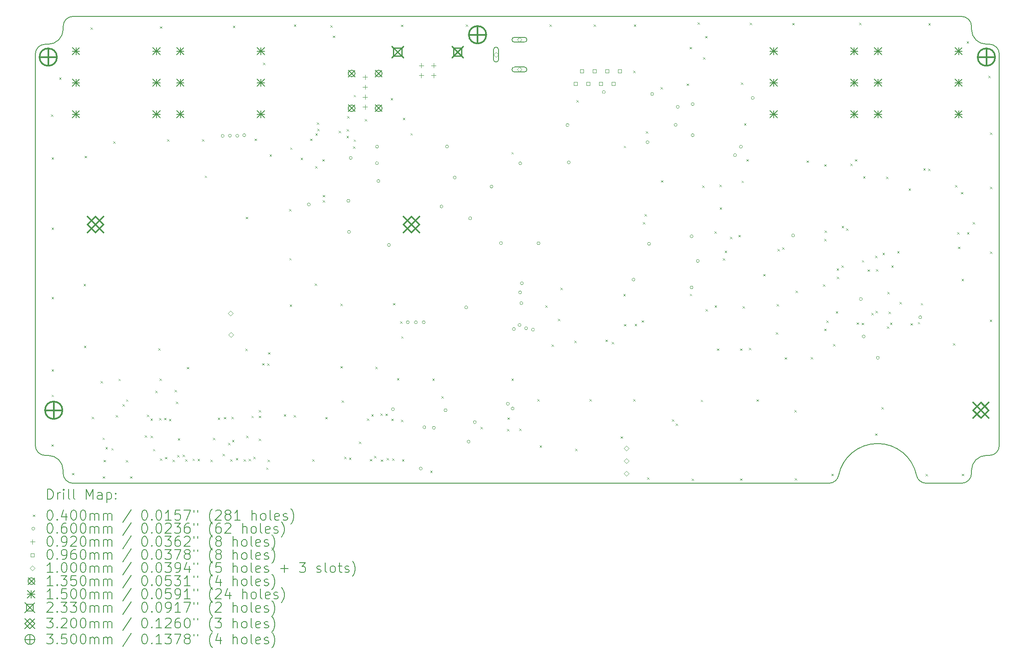
<source format=gbr>
%TF.GenerationSoftware,KiCad,Pcbnew,6.0.10-86aedd382b~118~ubuntu22.04.1*%
%TF.CreationDate,2023-02-15T17:35:33+01:00*%
%TF.ProjectId,bottom-board,626f7474-6f6d-42d6-926f-6172642e6b69,rev?*%
%TF.SameCoordinates,Original*%
%TF.FileFunction,Drillmap*%
%TF.FilePolarity,Positive*%
%FSLAX45Y45*%
G04 Gerber Fmt 4.5, Leading zero omitted, Abs format (unit mm)*
G04 Created by KiCad (PCBNEW 6.0.10-86aedd382b~118~ubuntu22.04.1) date 2023-02-15 17:35:33*
%MOMM*%
%LPD*%
G01*
G04 APERTURE LIST*
%ADD10C,0.200000*%
%ADD11C,0.040000*%
%ADD12C,0.060000*%
%ADD13C,0.092000*%
%ADD14C,0.096000*%
%ADD15C,0.100000*%
%ADD16C,0.135000*%
%ADD17C,0.150000*%
%ADD18C,0.233000*%
%ADD19C,0.320000*%
%ADD20C,0.350000*%
G04 APERTURE END LIST*
D10*
X6091000Y-4703000D02*
X6151000Y-4703000D01*
X6451000Y-13343000D02*
G75*
G03*
X6651000Y-13543000I200000J0D01*
G01*
X6651000Y-4143000D02*
G75*
G03*
X6451000Y-4343000I0J-200000D01*
G01*
X24731000Y-4343000D02*
G75*
G03*
X24531000Y-4143000I-200000J0D01*
G01*
X25291000Y-4903000D02*
X25291000Y-12783000D01*
X23624841Y-13382999D02*
G75*
G03*
X23820925Y-13543000I195959J39999D01*
G01*
X5891000Y-4903000D02*
X5891000Y-12783000D01*
X23624837Y-13383000D02*
G75*
G03*
X22057236Y-13382643I-783837J-160000D01*
G01*
X24731000Y-4403000D02*
G75*
G03*
X25031000Y-4703000I300000J0D01*
G01*
X21861204Y-13543004D02*
G75*
G03*
X22057189Y-13382874I-4J200004D01*
G01*
X24531000Y-13543000D02*
X23820796Y-13543000D01*
X25031000Y-4703000D02*
X25091000Y-4703000D01*
X6451000Y-4403000D02*
X6451000Y-4343000D01*
X24731000Y-4343000D02*
X24731000Y-4403000D01*
X6651000Y-4143000D02*
X24531000Y-4143000D01*
X25031000Y-12983000D02*
G75*
G03*
X24731000Y-13283000I0J-300000D01*
G01*
X6091000Y-4703000D02*
G75*
G03*
X5891000Y-4903000I0J-200000D01*
G01*
X6451000Y-13343000D02*
X6451000Y-13283000D01*
X25291000Y-4903000D02*
G75*
G03*
X25091000Y-4703000I-200000J0D01*
G01*
X6451000Y-13283000D02*
G75*
G03*
X6151000Y-12983000I-300000J0D01*
G01*
X21861204Y-13543000D02*
X6651000Y-13543000D01*
X24531000Y-13543000D02*
G75*
G03*
X24731000Y-13343000I0J200000D01*
G01*
X6091000Y-12983000D02*
X6151000Y-12983000D01*
X25091000Y-12983000D02*
G75*
G03*
X25291000Y-12783000I0J200000D01*
G01*
X5891000Y-12783000D02*
G75*
G03*
X6091000Y-12983000I200000J0D01*
G01*
X25091000Y-12983000D02*
X25031000Y-12983000D01*
X24731000Y-13283000D02*
X24731000Y-13343000D01*
X6151000Y-4703000D02*
G75*
G03*
X6451000Y-4403000I0J300000D01*
G01*
D11*
X6208000Y-6116000D02*
X6248000Y-6156000D01*
X6248000Y-6116000D02*
X6208000Y-6156000D01*
X6217000Y-12760000D02*
X6257000Y-12800000D01*
X6257000Y-12760000D02*
X6217000Y-12800000D01*
X6218000Y-11761000D02*
X6258000Y-11801000D01*
X6258000Y-11761000D02*
X6218000Y-11801000D01*
X6219000Y-6983000D02*
X6259000Y-7023000D01*
X6259000Y-6983000D02*
X6219000Y-7023000D01*
X6219000Y-8397000D02*
X6259000Y-8437000D01*
X6259000Y-8397000D02*
X6219000Y-8437000D01*
X6219000Y-9793000D02*
X6259000Y-9833000D01*
X6259000Y-9793000D02*
X6219000Y-9833000D01*
X6219000Y-11251000D02*
X6259000Y-11291000D01*
X6259000Y-11251000D02*
X6219000Y-11291000D01*
X6372000Y-5372000D02*
X6412000Y-5412000D01*
X6412000Y-5372000D02*
X6372000Y-5412000D01*
X6627000Y-13334000D02*
X6667000Y-13374000D01*
X6667000Y-13334000D02*
X6627000Y-13374000D01*
X6861876Y-9528368D02*
X6901876Y-9568368D01*
X6901876Y-9528368D02*
X6861876Y-9568368D01*
X6869496Y-10774238D02*
X6909496Y-10814238D01*
X6909496Y-10774238D02*
X6869496Y-10814238D01*
X6882450Y-6951792D02*
X6922450Y-6991792D01*
X6922450Y-6951792D02*
X6882450Y-6991792D01*
X7002000Y-4362000D02*
X7042000Y-4402000D01*
X7042000Y-4362000D02*
X7002000Y-4402000D01*
X7027000Y-12205000D02*
X7067000Y-12245000D01*
X7067000Y-12205000D02*
X7027000Y-12245000D01*
X7206001Y-11484000D02*
X7246001Y-11524000D01*
X7246001Y-11484000D02*
X7206001Y-11524000D01*
X7243000Y-12624000D02*
X7283000Y-12664000D01*
X7283000Y-12624000D02*
X7243000Y-12664000D01*
X7244536Y-13402991D02*
X7284536Y-13442991D01*
X7284536Y-13402991D02*
X7244536Y-13442991D01*
X7265000Y-13072000D02*
X7305000Y-13112000D01*
X7305000Y-13072000D02*
X7265000Y-13112000D01*
X7303000Y-12814001D02*
X7343000Y-12854001D01*
X7343000Y-12814001D02*
X7303000Y-12854001D01*
X7421000Y-12836000D02*
X7461000Y-12876000D01*
X7461000Y-12836000D02*
X7421000Y-12876000D01*
X7461062Y-6659692D02*
X7501062Y-6699692D01*
X7501062Y-6659692D02*
X7461062Y-6699692D01*
X7509000Y-12171000D02*
X7549000Y-12211000D01*
X7549000Y-12171000D02*
X7509000Y-12211000D01*
X7565202Y-11437940D02*
X7605202Y-11477940D01*
X7605202Y-11437940D02*
X7565202Y-11477940D01*
X7645000Y-11952364D02*
X7685000Y-11992364D01*
X7685000Y-11952364D02*
X7645000Y-11992364D01*
X7714000Y-13075000D02*
X7754000Y-13115000D01*
X7754000Y-13075000D02*
X7714000Y-13115000D01*
X7717500Y-11852431D02*
X7757500Y-11892431D01*
X7757500Y-11852431D02*
X7717500Y-11892431D01*
X7798256Y-13402982D02*
X7838256Y-13442982D01*
X7838256Y-13402982D02*
X7798256Y-13442982D01*
X8095000Y-12578000D02*
X8135000Y-12618000D01*
X8135000Y-12578000D02*
X8095000Y-12618000D01*
X8136500Y-12165226D02*
X8176500Y-12205226D01*
X8176500Y-12165226D02*
X8136500Y-12205226D01*
X8209000Y-12237000D02*
X8249000Y-12277000D01*
X8249000Y-12237000D02*
X8209000Y-12277000D01*
X8210000Y-12586000D02*
X8250000Y-12626000D01*
X8250000Y-12586000D02*
X8210000Y-12626000D01*
X8260000Y-12852000D02*
X8300000Y-12892000D01*
X8300000Y-12852000D02*
X8260000Y-12892000D01*
X8305000Y-11680000D02*
X8345000Y-11720000D01*
X8345000Y-11680000D02*
X8305000Y-11720000D01*
X8366826Y-10827324D02*
X8406826Y-10867324D01*
X8406826Y-10827324D02*
X8366826Y-10867324D01*
X8380000Y-12230000D02*
X8420000Y-12270000D01*
X8420000Y-12230000D02*
X8380000Y-12270000D01*
X8388000Y-11436000D02*
X8428000Y-11476000D01*
X8428000Y-11436000D02*
X8388000Y-11476000D01*
X8398000Y-4344000D02*
X8438000Y-4384000D01*
X8438000Y-4344000D02*
X8398000Y-4384000D01*
X8401000Y-13045000D02*
X8441000Y-13085000D01*
X8441000Y-13045000D02*
X8401000Y-13085000D01*
X8483783Y-12225948D02*
X8523783Y-12265948D01*
X8523783Y-12225948D02*
X8483783Y-12265948D01*
X8503000Y-13014000D02*
X8543000Y-13054000D01*
X8543000Y-13014000D02*
X8503000Y-13054000D01*
X8541000Y-6613978D02*
X8581000Y-6653978D01*
X8581000Y-6613978D02*
X8541000Y-6653978D01*
X8581348Y-12247884D02*
X8621348Y-12287884D01*
X8621348Y-12247884D02*
X8581348Y-12287884D01*
X8654000Y-13067000D02*
X8694000Y-13107000D01*
X8694000Y-13067000D02*
X8654000Y-13107000D01*
X8697000Y-11663000D02*
X8737000Y-11703000D01*
X8737000Y-11663000D02*
X8697000Y-11703000D01*
X8720000Y-11901000D02*
X8760000Y-11941000D01*
X8760000Y-11901000D02*
X8720000Y-11941000D01*
X8748391Y-12972609D02*
X8788391Y-13012609D01*
X8788391Y-12972609D02*
X8748391Y-13012609D01*
X8759000Y-12634000D02*
X8799000Y-12674000D01*
X8799000Y-12634000D02*
X8759000Y-12674000D01*
X8855765Y-12967765D02*
X8895765Y-13007765D01*
X8895765Y-12967765D02*
X8855765Y-13007765D01*
X8908000Y-13061000D02*
X8948000Y-13101000D01*
X8948000Y-13061000D02*
X8908000Y-13101000D01*
X8940000Y-11200998D02*
X8980000Y-11240998D01*
X8980000Y-11200998D02*
X8940000Y-11240998D01*
X9055515Y-13046496D02*
X9095515Y-13086496D01*
X9095515Y-13046496D02*
X9055515Y-13086496D01*
X9157000Y-13054000D02*
X9197000Y-13094000D01*
X9197000Y-13054000D02*
X9157000Y-13094000D01*
X9242618Y-6613978D02*
X9282618Y-6653978D01*
X9282618Y-6613978D02*
X9242618Y-6653978D01*
X9300000Y-7349000D02*
X9340000Y-7389000D01*
X9340000Y-7349000D02*
X9300000Y-7389000D01*
X9414000Y-13068000D02*
X9454000Y-13108000D01*
X9454000Y-13068000D02*
X9414000Y-13108000D01*
X9466000Y-12630000D02*
X9506000Y-12670000D01*
X9506000Y-12630000D02*
X9466000Y-12670000D01*
X9564000Y-12222000D02*
X9604000Y-12262000D01*
X9604000Y-12222000D02*
X9564000Y-12262000D01*
X9662000Y-12950046D02*
X9702000Y-12990046D01*
X9702000Y-12950046D02*
X9662000Y-12990046D01*
X9688000Y-12208000D02*
X9728000Y-12248000D01*
X9728000Y-12208000D02*
X9688000Y-12248000D01*
X9770511Y-12730242D02*
X9810511Y-12770242D01*
X9810511Y-12730242D02*
X9770511Y-12770242D01*
X9813000Y-13062000D02*
X9853000Y-13102000D01*
X9853000Y-13062000D02*
X9813000Y-13102000D01*
X9837000Y-12207000D02*
X9877000Y-12247000D01*
X9877000Y-12207000D02*
X9837000Y-12247000D01*
X9850186Y-12669893D02*
X9890186Y-12709893D01*
X9890186Y-12669893D02*
X9850186Y-12709893D01*
X9868000Y-4328000D02*
X9908000Y-4368000D01*
X9908000Y-4328000D02*
X9868000Y-4368000D01*
X9928000Y-13036000D02*
X9968000Y-13076000D01*
X9968000Y-13036000D02*
X9928000Y-13076000D01*
X10086000Y-13057000D02*
X10126000Y-13097000D01*
X10126000Y-13057000D02*
X10086000Y-13097000D01*
X10119172Y-10833166D02*
X10159172Y-10873166D01*
X10159172Y-10833166D02*
X10119172Y-10873166D01*
X10127000Y-8180000D02*
X10167000Y-8220000D01*
X10167000Y-8180000D02*
X10127000Y-8220000D01*
X10131763Y-12588687D02*
X10171763Y-12628687D01*
X10171763Y-12588687D02*
X10131763Y-12628687D01*
X10188000Y-13049000D02*
X10228000Y-13089000D01*
X10228000Y-13049000D02*
X10188000Y-13089000D01*
X10240000Y-12183500D02*
X10280000Y-12223500D01*
X10280000Y-12183500D02*
X10240000Y-12223500D01*
X10280906Y-13012007D02*
X10320906Y-13052007D01*
X10320906Y-13012007D02*
X10280906Y-13052007D01*
X10306000Y-6604000D02*
X10346000Y-6644000D01*
X10346000Y-6604000D02*
X10306000Y-6644000D01*
X10386500Y-12066537D02*
X10426500Y-12106537D01*
X10426500Y-12066537D02*
X10386500Y-12106537D01*
X10386500Y-12184000D02*
X10426500Y-12224000D01*
X10426500Y-12184000D02*
X10386500Y-12224000D01*
X10386550Y-12646950D02*
X10426550Y-12686950D01*
X10426550Y-12646950D02*
X10386550Y-12686950D01*
X10459000Y-11126000D02*
X10499000Y-11166000D01*
X10499000Y-11126000D02*
X10459000Y-11166000D01*
X10470000Y-5077500D02*
X10510000Y-5117500D01*
X10510000Y-5077500D02*
X10470000Y-5117500D01*
X10536000Y-13224000D02*
X10576000Y-13264000D01*
X10576000Y-13224000D02*
X10536000Y-13264000D01*
X10560000Y-11128498D02*
X10600000Y-11168498D01*
X10600000Y-11128498D02*
X10560000Y-11168498D01*
X10567000Y-13069000D02*
X10607000Y-13109000D01*
X10607000Y-13069000D02*
X10567000Y-13109000D01*
X10576235Y-10906235D02*
X10616235Y-10946235D01*
X10616235Y-10906235D02*
X10576235Y-10946235D01*
X10605000Y-6920000D02*
X10645000Y-6960000D01*
X10645000Y-6920000D02*
X10605000Y-6960000D01*
X10891000Y-12151000D02*
X10931000Y-12191000D01*
X10931000Y-12151000D02*
X10891000Y-12191000D01*
X10998000Y-8022000D02*
X11038000Y-8062000D01*
X11038000Y-8022000D02*
X10998000Y-8062000D01*
X11002904Y-9008096D02*
X11042904Y-9048096D01*
X11042904Y-9008096D02*
X11002904Y-9048096D01*
X11011474Y-9946198D02*
X11051474Y-9986198D01*
X11051474Y-9946198D02*
X11011474Y-9986198D01*
X11019000Y-6782500D02*
X11059000Y-6822500D01*
X11059000Y-6782500D02*
X11019000Y-6822500D01*
X11091366Y-12168284D02*
X11131366Y-12208284D01*
X11131366Y-12168284D02*
X11091366Y-12208284D01*
X11095000Y-4307000D02*
X11135000Y-4347000D01*
X11135000Y-4307000D02*
X11095000Y-4347000D01*
X11230000Y-6990000D02*
X11270000Y-7030000D01*
X11270000Y-6990000D02*
X11230000Y-7030000D01*
X11423910Y-6604383D02*
X11463910Y-6644383D01*
X11463910Y-6604383D02*
X11423910Y-6644383D01*
X11465000Y-13061000D02*
X11505000Y-13101000D01*
X11505000Y-13061000D02*
X11465000Y-13101000D01*
X11512504Y-9523288D02*
X11552504Y-9563288D01*
X11552504Y-9523288D02*
X11512504Y-9563288D01*
X11524000Y-7159000D02*
X11564000Y-7199000D01*
X11564000Y-7159000D02*
X11524000Y-7199000D01*
X11528000Y-6497000D02*
X11568000Y-6537000D01*
X11568000Y-6497000D02*
X11528000Y-6537000D01*
X11559000Y-6280000D02*
X11599000Y-6320000D01*
X11599000Y-6280000D02*
X11559000Y-6320000D01*
X11566000Y-6403000D02*
X11606000Y-6443000D01*
X11606000Y-6403000D02*
X11566000Y-6443000D01*
X11669000Y-7019000D02*
X11709000Y-7059000D01*
X11709000Y-7019000D02*
X11669000Y-7059000D01*
X11673000Y-7844000D02*
X11713000Y-7884000D01*
X11713000Y-7844000D02*
X11673000Y-7884000D01*
X11676000Y-7739000D02*
X11716000Y-7779000D01*
X11716000Y-7739000D02*
X11676000Y-7779000D01*
X11725000Y-12210000D02*
X11765000Y-12250000D01*
X11765000Y-12210000D02*
X11725000Y-12250000D01*
X11826000Y-4322000D02*
X11866000Y-4362000D01*
X11866000Y-4322000D02*
X11826000Y-4362000D01*
X11880000Y-4530000D02*
X11920000Y-4570000D01*
X11920000Y-4530000D02*
X11880000Y-4570000D01*
X11997500Y-6447500D02*
X12037500Y-6487500D01*
X12037500Y-6447500D02*
X11997500Y-6487500D01*
X12028490Y-9925116D02*
X12068490Y-9965116D01*
X12068490Y-9925116D02*
X12028490Y-9965116D01*
X12029000Y-11184000D02*
X12069000Y-11224000D01*
X12069000Y-11184000D02*
X12029000Y-11224000D01*
X12054160Y-11875160D02*
X12094160Y-11915160D01*
X12094160Y-11875160D02*
X12054160Y-11915160D01*
X12107381Y-13007500D02*
X12147381Y-13047500D01*
X12147381Y-13007500D02*
X12107381Y-13047500D01*
X12152500Y-6550500D02*
X12192500Y-6590500D01*
X12192500Y-6550500D02*
X12152500Y-6590500D01*
X12158500Y-6410500D02*
X12198500Y-6450500D01*
X12198500Y-6410500D02*
X12158500Y-6450500D01*
X12167000Y-6152000D02*
X12207000Y-6192000D01*
X12207000Y-6152000D02*
X12167000Y-6192000D01*
X12204996Y-13028979D02*
X12244996Y-13068979D01*
X12244996Y-13028979D02*
X12204996Y-13068979D01*
X12284584Y-6761947D02*
X12324584Y-6801947D01*
X12324584Y-6761947D02*
X12284584Y-6801947D01*
X12297499Y-5722500D02*
X12337499Y-5762500D01*
X12337499Y-5722500D02*
X12297499Y-5762500D01*
X12297500Y-6620500D02*
X12337500Y-6660500D01*
X12337500Y-6620500D02*
X12297500Y-6660500D01*
X12405000Y-12703594D02*
X12445000Y-12743594D01*
X12445000Y-12703594D02*
X12405000Y-12743594D01*
X12520500Y-6207500D02*
X12560500Y-6247500D01*
X12560500Y-6207500D02*
X12520500Y-6247500D01*
X12562500Y-12240500D02*
X12602500Y-12280500D01*
X12602500Y-12240500D02*
X12562500Y-12280500D01*
X12626148Y-13055228D02*
X12666148Y-13095228D01*
X12666148Y-13055228D02*
X12626148Y-13095228D01*
X12654000Y-12156000D02*
X12694000Y-12196000D01*
X12694000Y-12156000D02*
X12654000Y-12196000D01*
X12709171Y-12989998D02*
X12749171Y-13029998D01*
X12749171Y-12989998D02*
X12709171Y-13029998D01*
X12734660Y-11194660D02*
X12774660Y-11234660D01*
X12774660Y-11194660D02*
X12734660Y-11234660D01*
X12837957Y-12137732D02*
X12877957Y-12177732D01*
X12877957Y-12137732D02*
X12837957Y-12177732D01*
X12843500Y-13064000D02*
X12883500Y-13104000D01*
X12883500Y-13064000D02*
X12843500Y-13104000D01*
X12937902Y-12141067D02*
X12977902Y-12181067D01*
X12977902Y-12141067D02*
X12937902Y-12181067D01*
X12961000Y-13033999D02*
X13001000Y-13073999D01*
X13001000Y-13033999D02*
X12961000Y-13073999D01*
X13042000Y-5788000D02*
X13082000Y-5828000D01*
X13082000Y-5788000D02*
X13042000Y-5828000D01*
X13056564Y-12243976D02*
X13096564Y-12283976D01*
X13096564Y-12243976D02*
X13056564Y-12283976D01*
X13073372Y-13043866D02*
X13113372Y-13083866D01*
X13113372Y-13043866D02*
X13073372Y-13083866D01*
X13088432Y-9915000D02*
X13128432Y-9955000D01*
X13128432Y-9915000D02*
X13088432Y-9955000D01*
X13170000Y-11427526D02*
X13210000Y-11467526D01*
X13210000Y-11427526D02*
X13170000Y-11467526D01*
X13231000Y-10283000D02*
X13271000Y-10323000D01*
X13271000Y-10283000D02*
X13231000Y-10323000D01*
X13252000Y-12265000D02*
X13292000Y-12305000D01*
X13292000Y-12265000D02*
X13252000Y-12305000D01*
X13253000Y-4310000D02*
X13293000Y-4350000D01*
X13293000Y-4310000D02*
X13253000Y-4350000D01*
X13255000Y-10582298D02*
X13295000Y-10622298D01*
X13295000Y-10582298D02*
X13255000Y-10622298D01*
X13271194Y-13060840D02*
X13311194Y-13100840D01*
X13311194Y-13060840D02*
X13271194Y-13100840D01*
X13287500Y-6185000D02*
X13327500Y-6225000D01*
X13327500Y-6185000D02*
X13287500Y-6225000D01*
X13440335Y-6493335D02*
X13480335Y-6533335D01*
X13480335Y-6493335D02*
X13440335Y-6533335D01*
X13838000Y-13290000D02*
X13878000Y-13330000D01*
X13878000Y-13290000D02*
X13838000Y-13330000D01*
X13881000Y-11436000D02*
X13921000Y-11476000D01*
X13921000Y-11436000D02*
X13881000Y-11476000D01*
X14060000Y-11789000D02*
X14100000Y-11829000D01*
X14100000Y-11789000D02*
X14060000Y-11829000D01*
X14556000Y-4305000D02*
X14596000Y-4345000D01*
X14596000Y-4305000D02*
X14556000Y-4345000D01*
X14852000Y-12411000D02*
X14892000Y-12451000D01*
X14892000Y-12411000D02*
X14852000Y-12451000D01*
X15382000Y-12452000D02*
X15422000Y-12492000D01*
X15422000Y-12452000D02*
X15382000Y-12492000D01*
X15394000Y-12217000D02*
X15434000Y-12257000D01*
X15434000Y-12217000D02*
X15394000Y-12257000D01*
X15473000Y-6874000D02*
X15513000Y-6914000D01*
X15513000Y-6874000D02*
X15473000Y-6914000D01*
X15473000Y-11432000D02*
X15513000Y-11472000D01*
X15513000Y-11432000D02*
X15473000Y-11472000D01*
X15631000Y-12441000D02*
X15671000Y-12481000D01*
X15671000Y-12441000D02*
X15631000Y-12481000D01*
X15992000Y-11846513D02*
X16032000Y-11886513D01*
X16032000Y-11846513D02*
X15992000Y-11886513D01*
X16039150Y-12781001D02*
X16079150Y-12821001D01*
X16079150Y-12781001D02*
X16039150Y-12821001D01*
X16156235Y-9960765D02*
X16196235Y-10000765D01*
X16196235Y-9960765D02*
X16156235Y-10000765D01*
X16239000Y-4306000D02*
X16279000Y-4346000D01*
X16279000Y-4306000D02*
X16239000Y-4346000D01*
X16281000Y-10748000D02*
X16321000Y-10788000D01*
X16321000Y-10748000D02*
X16281000Y-10788000D01*
X16407000Y-10231000D02*
X16447000Y-10271000D01*
X16447000Y-10231000D02*
X16407000Y-10271000D01*
X16460000Y-9605000D02*
X16500000Y-9645000D01*
X16500000Y-9605000D02*
X16460000Y-9645000D01*
X16741000Y-10673000D02*
X16781000Y-10713000D01*
X16781000Y-10673000D02*
X16741000Y-10713000D01*
X16753609Y-12849609D02*
X16793609Y-12889609D01*
X16793609Y-12849609D02*
X16753609Y-12889609D01*
X16780000Y-5830000D02*
X16820000Y-5870000D01*
X16820000Y-5830000D02*
X16780000Y-5870000D01*
X17046000Y-11852000D02*
X17086000Y-11892000D01*
X17086000Y-11852000D02*
X17046000Y-11892000D01*
X17129000Y-4308000D02*
X17169000Y-4348000D01*
X17169000Y-4308000D02*
X17129000Y-4348000D01*
X17363000Y-10650000D02*
X17403000Y-10690000D01*
X17403000Y-10650000D02*
X17363000Y-10690000D01*
X17491000Y-10695001D02*
X17531000Y-10735001D01*
X17531000Y-10695001D02*
X17491000Y-10735001D01*
X17671000Y-12599000D02*
X17711000Y-12639000D01*
X17711000Y-12599000D02*
X17671000Y-12639000D01*
X17725000Y-9732500D02*
X17765000Y-9772500D01*
X17765000Y-9732500D02*
X17725000Y-9772500D01*
X17732500Y-6747500D02*
X17772500Y-6787500D01*
X17772500Y-6747500D02*
X17732500Y-6787500D01*
X17738664Y-10337800D02*
X17778664Y-10377800D01*
X17778664Y-10337800D02*
X17738664Y-10377800D01*
X17924846Y-5236784D02*
X17964846Y-5276784D01*
X17964846Y-5236784D02*
X17924846Y-5276784D01*
X17925000Y-11846513D02*
X17965000Y-11886513D01*
X17965000Y-11846513D02*
X17925000Y-11886513D01*
X17937000Y-4303000D02*
X17977000Y-4343000D01*
X17977000Y-4303000D02*
X17937000Y-4343000D01*
X17952500Y-10332500D02*
X17992500Y-10372500D01*
X17992500Y-10332500D02*
X17952500Y-10372500D01*
X18095000Y-10262500D02*
X18135000Y-10302500D01*
X18135000Y-10262500D02*
X18095000Y-10302500D01*
X18119000Y-8285000D02*
X18159000Y-8325000D01*
X18159000Y-8285000D02*
X18119000Y-8325000D01*
X18154000Y-8124000D02*
X18194000Y-8164000D01*
X18194000Y-8124000D02*
X18154000Y-8164000D01*
X18175290Y-6453190D02*
X18215290Y-6493190D01*
X18215290Y-6453190D02*
X18175290Y-6493190D01*
X18201000Y-13426000D02*
X18241000Y-13466000D01*
X18241000Y-13426000D02*
X18201000Y-13466000D01*
X18471708Y-5568508D02*
X18511708Y-5608508D01*
X18511708Y-5568508D02*
X18471708Y-5608508D01*
X18483000Y-7443000D02*
X18523000Y-7483000D01*
X18523000Y-7443000D02*
X18483000Y-7483000D01*
X18704000Y-12255000D02*
X18744000Y-12295000D01*
X18744000Y-12255000D02*
X18704000Y-12295000D01*
X18778000Y-12339000D02*
X18818000Y-12379000D01*
X18818000Y-12339000D02*
X18778000Y-12379000D01*
X19000028Y-5494848D02*
X19040028Y-5534848D01*
X19040028Y-5494848D02*
X19000028Y-5534848D01*
X19058448Y-4757486D02*
X19098448Y-4797486D01*
X19098448Y-4757486D02*
X19058448Y-4797486D01*
X19062500Y-9727500D02*
X19102500Y-9767500D01*
X19102500Y-9727500D02*
X19062500Y-9767500D01*
X19103000Y-13450000D02*
X19143000Y-13490000D01*
X19143000Y-13450000D02*
X19103000Y-13490000D01*
X19220000Y-4263000D02*
X19260000Y-4303000D01*
X19260000Y-4263000D02*
X19220000Y-4303000D01*
X19282000Y-11861000D02*
X19322000Y-11901000D01*
X19322000Y-11861000D02*
X19282000Y-11901000D01*
X19313000Y-7551000D02*
X19353000Y-7591000D01*
X19353000Y-7551000D02*
X19313000Y-7591000D01*
X19331000Y-4963000D02*
X19371000Y-5003000D01*
X19371000Y-4963000D02*
X19331000Y-5003000D01*
X19369344Y-4539300D02*
X19409344Y-4579300D01*
X19409344Y-4539300D02*
X19369344Y-4579300D01*
X19380000Y-10040000D02*
X19420000Y-10080000D01*
X19420000Y-10040000D02*
X19380000Y-10080000D01*
X19555000Y-8472500D02*
X19595000Y-8512500D01*
X19595000Y-8472500D02*
X19555000Y-8512500D01*
X19563000Y-9963000D02*
X19603000Y-10003000D01*
X19603000Y-9963000D02*
X19563000Y-10003000D01*
X19607500Y-10830000D02*
X19647500Y-10870000D01*
X19647500Y-10830000D02*
X19607500Y-10870000D01*
X19659000Y-7530000D02*
X19699000Y-7570000D01*
X19699000Y-7530000D02*
X19659000Y-7570000D01*
X19662770Y-7985550D02*
X19702770Y-8025550D01*
X19702770Y-7985550D02*
X19662770Y-8025550D01*
X19725000Y-9010000D02*
X19765000Y-9050000D01*
X19765000Y-9010000D02*
X19725000Y-9050000D01*
X19764316Y-8857500D02*
X19804316Y-8897500D01*
X19804316Y-8857500D02*
X19764316Y-8897500D01*
X19869000Y-8580000D02*
X19909000Y-8620000D01*
X19909000Y-8580000D02*
X19869000Y-8620000D01*
X20042500Y-8542500D02*
X20082500Y-8582500D01*
X20082500Y-8542500D02*
X20042500Y-8582500D01*
X20074000Y-13444000D02*
X20114000Y-13484000D01*
X20114000Y-13444000D02*
X20074000Y-13484000D01*
X20075000Y-10830000D02*
X20115000Y-10870000D01*
X20115000Y-10830000D02*
X20075000Y-10870000D01*
X20091212Y-5473258D02*
X20131212Y-5513258D01*
X20131212Y-5473258D02*
X20091212Y-5513258D01*
X20105000Y-7450000D02*
X20145000Y-7490000D01*
X20145000Y-7450000D02*
X20105000Y-7490000D01*
X20128000Y-9981000D02*
X20168000Y-10021000D01*
X20168000Y-9981000D02*
X20128000Y-10021000D01*
X20155728Y-6294186D02*
X20195728Y-6334186D01*
X20195728Y-6294186D02*
X20155728Y-6334186D01*
X20199000Y-7020000D02*
X20239000Y-7060000D01*
X20239000Y-7020000D02*
X20199000Y-7060000D01*
X20250000Y-10817500D02*
X20290000Y-10857500D01*
X20290000Y-10817500D02*
X20250000Y-10857500D01*
X20267000Y-4274000D02*
X20307000Y-4314000D01*
X20307000Y-4274000D02*
X20267000Y-4314000D01*
X20404000Y-11854000D02*
X20444000Y-11894000D01*
X20444000Y-11854000D02*
X20404000Y-11894000D01*
X20540000Y-9330000D02*
X20580000Y-9370000D01*
X20580000Y-9330000D02*
X20540000Y-9370000D01*
X20795000Y-10500000D02*
X20835000Y-10540000D01*
X20835000Y-10500000D02*
X20795000Y-10540000D01*
X20808000Y-9935000D02*
X20848000Y-9975000D01*
X20848000Y-9935000D02*
X20808000Y-9975000D01*
X20825504Y-8824496D02*
X20865504Y-8864496D01*
X20865504Y-8824496D02*
X20825504Y-8864496D01*
X20918116Y-8792500D02*
X20958116Y-8832500D01*
X20958116Y-8792500D02*
X20918116Y-8832500D01*
X20970000Y-11006000D02*
X21010000Y-11046000D01*
X21010000Y-11006000D02*
X20970000Y-11046000D01*
X21125000Y-4275000D02*
X21165000Y-4315000D01*
X21165000Y-4275000D02*
X21125000Y-4315000D01*
X21168934Y-12068876D02*
X21208934Y-12108876D01*
X21208934Y-12068876D02*
X21168934Y-12108876D01*
X21172000Y-13442000D02*
X21212000Y-13482000D01*
X21212000Y-13442000D02*
X21172000Y-13482000D01*
X21192500Y-9667500D02*
X21232500Y-9707500D01*
X21232500Y-9667500D02*
X21192500Y-9707500D01*
X21415000Y-7045000D02*
X21455000Y-7085000D01*
X21455000Y-7045000D02*
X21415000Y-7085000D01*
X21496900Y-11005000D02*
X21536900Y-11045000D01*
X21536900Y-11005000D02*
X21496900Y-11045000D01*
X21742000Y-9535000D02*
X21782000Y-9575000D01*
X21782000Y-9535000D02*
X21742000Y-9575000D01*
X21765000Y-7120000D02*
X21805000Y-7160000D01*
X21805000Y-7120000D02*
X21765000Y-7160000D01*
X21769985Y-10429985D02*
X21809985Y-10469985D01*
X21809985Y-10429985D02*
X21769985Y-10469985D01*
X21770000Y-8622500D02*
X21810000Y-8662500D01*
X21810000Y-8622500D02*
X21770000Y-8662500D01*
X21775000Y-8452500D02*
X21815000Y-8492500D01*
X21815000Y-8452500D02*
X21775000Y-8492500D01*
X21809000Y-10266000D02*
X21849000Y-10306000D01*
X21849000Y-10266000D02*
X21809000Y-10306000D01*
X21911000Y-13352000D02*
X21951000Y-13392000D01*
X21951000Y-13352000D02*
X21911000Y-13392000D01*
X21948000Y-10738000D02*
X21988000Y-10778000D01*
X21988000Y-10738000D02*
X21948000Y-10778000D01*
X22001001Y-10076928D02*
X22041001Y-10116928D01*
X22041001Y-10076928D02*
X22001001Y-10116928D01*
X22017500Y-9217500D02*
X22057500Y-9257500D01*
X22057500Y-9217500D02*
X22017500Y-9257500D01*
X22021804Y-9383197D02*
X22061804Y-9423197D01*
X22061804Y-9383197D02*
X22021804Y-9423197D01*
X22115000Y-9155000D02*
X22155000Y-9195000D01*
X22155000Y-9155000D02*
X22115000Y-9195000D01*
X22119110Y-8363464D02*
X22159110Y-8403464D01*
X22159110Y-8363464D02*
X22119110Y-8403464D01*
X22210000Y-8411398D02*
X22250000Y-8451398D01*
X22250000Y-8411398D02*
X22210000Y-8451398D01*
X22295000Y-7107500D02*
X22335000Y-7147500D01*
X22335000Y-7107500D02*
X22295000Y-7147500D01*
X22385000Y-7020000D02*
X22425000Y-7060000D01*
X22425000Y-7020000D02*
X22385000Y-7060000D01*
X22420905Y-10302905D02*
X22460905Y-10342905D01*
X22460905Y-10302905D02*
X22420905Y-10342905D01*
X22469000Y-4272000D02*
X22509000Y-4312000D01*
X22509000Y-4272000D02*
X22469000Y-4312000D01*
X22520747Y-10313247D02*
X22560747Y-10353247D01*
X22560747Y-10313247D02*
X22520747Y-10353247D01*
X22525000Y-9051000D02*
X22565000Y-9091000D01*
X22565000Y-9051000D02*
X22525000Y-9091000D01*
X22551000Y-7363000D02*
X22591000Y-7403000D01*
X22591000Y-7363000D02*
X22551000Y-7403000D01*
X22640542Y-9236455D02*
X22680542Y-9276455D01*
X22680542Y-9236455D02*
X22640542Y-9276455D01*
X22714277Y-10114446D02*
X22754277Y-10154446D01*
X22754277Y-10114446D02*
X22714277Y-10154446D01*
X22790000Y-8960000D02*
X22830000Y-9000000D01*
X22830000Y-8960000D02*
X22790000Y-9000000D01*
X22794000Y-12540000D02*
X22834000Y-12580000D01*
X22834000Y-12540000D02*
X22794000Y-12580000D01*
X22803514Y-10069315D02*
X22843514Y-10109315D01*
X22843514Y-10069315D02*
X22803514Y-10109315D01*
X22809764Y-9235907D02*
X22849764Y-9275907D01*
X22849764Y-9235907D02*
X22809764Y-9275907D01*
X22921026Y-12008502D02*
X22961026Y-12048502D01*
X22961026Y-12008502D02*
X22921026Y-12048502D01*
X22940000Y-8900000D02*
X22980000Y-8940000D01*
X22980000Y-8900000D02*
X22940000Y-8940000D01*
X23011000Y-7373000D02*
X23051000Y-7413000D01*
X23051000Y-7373000D02*
X23011000Y-7413000D01*
X23030000Y-10385000D02*
X23070000Y-10425000D01*
X23070000Y-10385000D02*
X23030000Y-10425000D01*
X23040000Y-9692500D02*
X23080000Y-9732500D01*
X23080000Y-9692500D02*
X23040000Y-9732500D01*
X23062500Y-10090000D02*
X23102500Y-10130000D01*
X23102500Y-10090000D02*
X23062500Y-10130000D01*
X23092140Y-10306650D02*
X23132140Y-10346650D01*
X23132140Y-10306650D02*
X23092140Y-10346650D01*
X23117000Y-9157000D02*
X23157000Y-9197000D01*
X23157000Y-9157000D02*
X23117000Y-9197000D01*
X23237500Y-8870000D02*
X23277500Y-8910000D01*
X23277500Y-8870000D02*
X23237500Y-8910000D01*
X23283000Y-9895000D02*
X23323000Y-9935000D01*
X23323000Y-9895000D02*
X23283000Y-9935000D01*
X23464485Y-7608015D02*
X23504485Y-7648015D01*
X23504485Y-7608015D02*
X23464485Y-7648015D01*
X23505000Y-10320000D02*
X23545000Y-10360000D01*
X23545000Y-10320000D02*
X23505000Y-10360000D01*
X23650896Y-10296417D02*
X23690896Y-10336417D01*
X23690896Y-10296417D02*
X23650896Y-10336417D01*
X23710000Y-9915000D02*
X23750000Y-9955000D01*
X23750000Y-9915000D02*
X23710000Y-9955000D01*
X23761000Y-7203000D02*
X23801000Y-7243000D01*
X23801000Y-7203000D02*
X23761000Y-7243000D01*
X23806000Y-13356000D02*
X23846000Y-13396000D01*
X23846000Y-13356000D02*
X23806000Y-13396000D01*
X23861000Y-7210550D02*
X23901000Y-7250550D01*
X23901000Y-7210550D02*
X23861000Y-7250550D01*
X23864000Y-4280000D02*
X23904000Y-4320000D01*
X23904000Y-4280000D02*
X23864000Y-4320000D01*
X24359936Y-10720390D02*
X24399936Y-10760390D01*
X24399936Y-10720390D02*
X24359936Y-10760390D01*
X24400000Y-7537500D02*
X24440000Y-7577500D01*
X24440000Y-7537500D02*
X24400000Y-7577500D01*
X24446000Y-8490000D02*
X24486000Y-8530000D01*
X24486000Y-8490000D02*
X24446000Y-8530000D01*
X24457000Y-8780000D02*
X24497000Y-8820000D01*
X24497000Y-8780000D02*
X24457000Y-8820000D01*
X24517500Y-7680000D02*
X24557500Y-7720000D01*
X24557500Y-7680000D02*
X24517500Y-7720000D01*
X24531894Y-9428292D02*
X24571894Y-9468292D01*
X24571894Y-9428292D02*
X24531894Y-9468292D01*
X24535000Y-13353000D02*
X24575000Y-13393000D01*
X24575000Y-13353000D02*
X24535000Y-13393000D01*
X24634000Y-4642000D02*
X24674000Y-4682000D01*
X24674000Y-4642000D02*
X24634000Y-4682000D01*
X24642500Y-8487500D02*
X24682500Y-8527500D01*
X24682500Y-8487500D02*
X24642500Y-8527500D01*
X24755000Y-8285000D02*
X24795000Y-8325000D01*
X24795000Y-8285000D02*
X24755000Y-8325000D01*
X25071000Y-5341000D02*
X25111000Y-5381000D01*
X25111000Y-5341000D02*
X25071000Y-5381000D01*
X25100000Y-10250000D02*
X25140000Y-10290000D01*
X25140000Y-10250000D02*
X25100000Y-10290000D01*
X25104000Y-8875000D02*
X25144000Y-8915000D01*
X25144000Y-8875000D02*
X25104000Y-8915000D01*
X25105000Y-6483000D02*
X25145000Y-6523000D01*
X25145000Y-6483000D02*
X25105000Y-6523000D01*
X25106000Y-7576000D02*
X25146000Y-7616000D01*
X25146000Y-7576000D02*
X25106000Y-7616000D01*
D12*
X9691993Y-6548978D02*
G75*
G03*
X9691993Y-6548978I-30000J0D01*
G01*
X9835774Y-6544266D02*
G75*
G03*
X9835774Y-6544266I-30000J0D01*
G01*
X9985000Y-6545000D02*
G75*
G03*
X9985000Y-6545000I-30000J0D01*
G01*
X10125000Y-6535000D02*
G75*
G03*
X10125000Y-6535000I-30000J0D01*
G01*
X11425000Y-7930000D02*
G75*
G03*
X11425000Y-7930000I-30000J0D01*
G01*
X12221500Y-7856000D02*
G75*
G03*
X12221500Y-7856000I-30000J0D01*
G01*
X12234000Y-8481000D02*
G75*
G03*
X12234000Y-8481000I-30000J0D01*
G01*
X12268000Y-6993000D02*
G75*
G03*
X12268000Y-6993000I-30000J0D01*
G01*
X12796000Y-7098000D02*
G75*
G03*
X12796000Y-7098000I-30000J0D01*
G01*
X12798657Y-6764657D02*
G75*
G03*
X12798657Y-6764657I-30000J0D01*
G01*
X12825000Y-7457000D02*
G75*
G03*
X12825000Y-7457000I-30000J0D01*
G01*
X13037000Y-8745000D02*
G75*
G03*
X13037000Y-8745000I-30000J0D01*
G01*
X13117500Y-12052500D02*
G75*
G03*
X13117500Y-12052500I-30000J0D01*
G01*
X13417000Y-10301497D02*
G75*
G03*
X13417000Y-10301497I-30000J0D01*
G01*
X13579000Y-10301497D02*
G75*
G03*
X13579000Y-10301497I-30000J0D01*
G01*
X13677500Y-13247500D02*
G75*
G03*
X13677500Y-13247500I-30000J0D01*
G01*
X13737503Y-10301497D02*
G75*
G03*
X13737503Y-10301497I-30000J0D01*
G01*
X13750000Y-12415000D02*
G75*
G03*
X13750000Y-12415000I-30000J0D01*
G01*
X13942000Y-12426000D02*
G75*
G03*
X13942000Y-12426000I-30000J0D01*
G01*
X14095000Y-7970000D02*
G75*
G03*
X14095000Y-7970000I-30000J0D01*
G01*
X14176000Y-12073000D02*
G75*
G03*
X14176000Y-12073000I-30000J0D01*
G01*
X14207000Y-6762000D02*
G75*
G03*
X14207000Y-6762000I-30000J0D01*
G01*
X14360000Y-7388000D02*
G75*
G03*
X14360000Y-7388000I-30000J0D01*
G01*
X14593000Y-10001000D02*
G75*
G03*
X14593000Y-10001000I-30000J0D01*
G01*
X14640000Y-12705000D02*
G75*
G03*
X14640000Y-12705000I-30000J0D01*
G01*
X14672000Y-8208000D02*
G75*
G03*
X14672000Y-8208000I-30000J0D01*
G01*
X14765000Y-12313000D02*
G75*
G03*
X14765000Y-12313000I-30000J0D01*
G01*
X15101000Y-7569000D02*
G75*
G03*
X15101000Y-7569000I-30000J0D01*
G01*
X15291750Y-8709000D02*
G75*
G03*
X15291750Y-8709000I-30000J0D01*
G01*
X15431000Y-11943000D02*
G75*
G03*
X15431000Y-11943000I-30000J0D01*
G01*
X15526000Y-12038000D02*
G75*
G03*
X15526000Y-12038000I-30000J0D01*
G01*
X15551193Y-10438105D02*
G75*
G03*
X15551193Y-10438105I-30000J0D01*
G01*
X15665594Y-10357405D02*
G75*
G03*
X15665594Y-10357405I-30000J0D01*
G01*
X15677304Y-9700000D02*
G75*
G03*
X15677304Y-9700000I-30000J0D01*
G01*
X15681000Y-7102000D02*
G75*
G03*
X15681000Y-7102000I-30000J0D01*
G01*
X15703000Y-9916000D02*
G75*
G03*
X15703000Y-9916000I-30000J0D01*
G01*
X15712847Y-9515661D02*
G75*
G03*
X15712847Y-9515661I-30000J0D01*
G01*
X15797600Y-10423140D02*
G75*
G03*
X15797600Y-10423140I-30000J0D01*
G01*
X15934999Y-10450000D02*
G75*
G03*
X15934999Y-10450000I-30000J0D01*
G01*
X16048000Y-8711000D02*
G75*
G03*
X16048000Y-8711000I-30000J0D01*
G01*
X16631000Y-6331000D02*
G75*
G03*
X16631000Y-6331000I-30000J0D01*
G01*
X16657000Y-7083000D02*
G75*
G03*
X16657000Y-7083000I-30000J0D01*
G01*
X17362000Y-5665000D02*
G75*
G03*
X17362000Y-5665000I-30000J0D01*
G01*
X17958000Y-9442000D02*
G75*
G03*
X17958000Y-9442000I-30000J0D01*
G01*
X18242746Y-6675746D02*
G75*
G03*
X18242746Y-6675746I-30000J0D01*
G01*
X18272000Y-8720990D02*
G75*
G03*
X18272000Y-8720990I-30000J0D01*
G01*
X18335000Y-5705000D02*
G75*
G03*
X18335000Y-5705000I-30000J0D01*
G01*
X18807000Y-6327000D02*
G75*
G03*
X18807000Y-6327000I-30000J0D01*
G01*
X18850000Y-5965000D02*
G75*
G03*
X18850000Y-5965000I-30000J0D01*
G01*
X19127500Y-8569999D02*
G75*
G03*
X19127500Y-8569999I-30000J0D01*
G01*
X19127500Y-9600000D02*
G75*
G03*
X19127500Y-9600000I-30000J0D01*
G01*
X19150000Y-5909000D02*
G75*
G03*
X19150000Y-5909000I-30000J0D01*
G01*
X19150000Y-6535000D02*
G75*
G03*
X19150000Y-6535000I-30000J0D01*
G01*
X19252500Y-9067500D02*
G75*
G03*
X19252500Y-9067500I-30000J0D01*
G01*
X20002000Y-6935000D02*
G75*
G03*
X20002000Y-6935000I-30000J0D01*
G01*
X20121000Y-6766000D02*
G75*
G03*
X20121000Y-6766000I-30000J0D01*
G01*
X20360000Y-5784000D02*
G75*
G03*
X20360000Y-5784000I-30000J0D01*
G01*
X21172500Y-8552500D02*
G75*
G03*
X21172500Y-8552500I-30000J0D01*
G01*
X22535000Y-9835000D02*
G75*
G03*
X22535000Y-9835000I-30000J0D01*
G01*
X22590000Y-10587500D02*
G75*
G03*
X22590000Y-10587500I-30000J0D01*
G01*
X22876000Y-11018000D02*
G75*
G03*
X22876000Y-11018000I-30000J0D01*
G01*
X23730000Y-10200000D02*
G75*
G03*
X23730000Y-10200000I-30000J0D01*
G01*
D13*
X12528500Y-5319500D02*
X12528500Y-5411500D01*
X12482500Y-5365500D02*
X12574500Y-5365500D01*
X12528500Y-5519500D02*
X12528500Y-5611500D01*
X12482500Y-5565500D02*
X12574500Y-5565500D01*
X12528500Y-5719500D02*
X12528500Y-5811500D01*
X12482500Y-5765500D02*
X12574500Y-5765500D01*
X12528500Y-5919500D02*
X12528500Y-6011500D01*
X12482500Y-5965500D02*
X12574500Y-5965500D01*
X13658697Y-5083998D02*
X13658697Y-5175998D01*
X13612697Y-5129998D02*
X13704697Y-5129998D01*
X13658697Y-5283998D02*
X13658697Y-5375998D01*
X13612697Y-5329998D02*
X13704697Y-5329998D01*
X13908697Y-5083998D02*
X13908697Y-5175998D01*
X13862697Y-5129998D02*
X13954697Y-5129998D01*
X13908697Y-5283998D02*
X13908697Y-5375998D01*
X13862697Y-5329998D02*
X13954697Y-5329998D01*
D14*
X16798442Y-5528942D02*
X16798442Y-5461059D01*
X16730558Y-5461059D01*
X16730558Y-5528942D01*
X16798442Y-5528942D01*
X16925442Y-5274942D02*
X16925442Y-5207059D01*
X16857559Y-5207059D01*
X16857559Y-5274942D01*
X16925442Y-5274942D01*
X17052442Y-5528942D02*
X17052442Y-5461059D01*
X16984559Y-5461059D01*
X16984559Y-5528942D01*
X17052442Y-5528942D01*
X17179442Y-5274942D02*
X17179442Y-5207059D01*
X17111559Y-5207059D01*
X17111559Y-5274942D01*
X17179442Y-5274942D01*
X17306442Y-5528942D02*
X17306442Y-5461059D01*
X17238559Y-5461059D01*
X17238559Y-5528942D01*
X17306442Y-5528942D01*
X17433442Y-5274942D02*
X17433442Y-5207059D01*
X17365559Y-5207059D01*
X17365559Y-5274942D01*
X17433442Y-5274942D01*
X17560442Y-5528942D02*
X17560442Y-5461059D01*
X17492559Y-5461059D01*
X17492559Y-5528942D01*
X17560442Y-5528942D01*
X17687442Y-5274942D02*
X17687442Y-5207059D01*
X17619559Y-5207059D01*
X17619559Y-5274942D01*
X17687442Y-5274942D01*
D15*
X9821000Y-10173000D02*
X9871000Y-10123000D01*
X9821000Y-10073000D01*
X9771000Y-10123000D01*
X9821000Y-10173000D01*
X9831000Y-10603000D02*
X9881000Y-10553000D01*
X9831000Y-10503000D01*
X9781000Y-10553000D01*
X9831000Y-10603000D01*
X15163045Y-4963000D02*
X15213045Y-4913000D01*
X15163045Y-4863000D01*
X15113045Y-4913000D01*
X15163045Y-4963000D01*
D10*
X15113045Y-4813000D02*
X15113045Y-5013000D01*
X15213045Y-4813000D02*
X15213045Y-5013000D01*
X15113045Y-5013000D02*
G75*
G03*
X15213045Y-5013000I50000J0D01*
G01*
X15213045Y-4813000D02*
G75*
G03*
X15113045Y-4813000I-50000J0D01*
G01*
D15*
X15633045Y-4663000D02*
X15683045Y-4613000D01*
X15633045Y-4563000D01*
X15583045Y-4613000D01*
X15633045Y-4663000D01*
D10*
X15733045Y-4563000D02*
X15533045Y-4563000D01*
X15733045Y-4663000D02*
X15533045Y-4663000D01*
X15533045Y-4563000D02*
G75*
G03*
X15533045Y-4663000I0J-50000D01*
G01*
X15733045Y-4663000D02*
G75*
G03*
X15733045Y-4563000I0J50000D01*
G01*
D15*
X15633045Y-5263000D02*
X15683045Y-5213000D01*
X15633045Y-5163000D01*
X15583045Y-5213000D01*
X15633045Y-5263000D01*
D10*
X15733045Y-5163000D02*
X15533045Y-5163000D01*
X15733045Y-5263000D02*
X15533045Y-5263000D01*
X15533045Y-5163000D02*
G75*
G03*
X15533045Y-5263000I0J-50000D01*
G01*
X15733045Y-5263000D02*
G75*
G03*
X15733045Y-5163000I0J50000D01*
G01*
D15*
X17786000Y-12891000D02*
X17836000Y-12841000D01*
X17786000Y-12791000D01*
X17736000Y-12841000D01*
X17786000Y-12891000D01*
X17786000Y-13145000D02*
X17836000Y-13095000D01*
X17786000Y-13045000D01*
X17736000Y-13095000D01*
X17786000Y-13145000D01*
X17786000Y-13399000D02*
X17836000Y-13349000D01*
X17786000Y-13299000D01*
X17736000Y-13349000D01*
X17786000Y-13399000D01*
D16*
X12189000Y-5225000D02*
X12324000Y-5360000D01*
X12324000Y-5225000D02*
X12189000Y-5360000D01*
X12324000Y-5292500D02*
G75*
G03*
X12324000Y-5292500I-67500J0D01*
G01*
X12189000Y-5925000D02*
X12324000Y-6060000D01*
X12324000Y-5925000D02*
X12189000Y-6060000D01*
X12324000Y-5992500D02*
G75*
G03*
X12324000Y-5992500I-67500J0D01*
G01*
X12733000Y-5225000D02*
X12868000Y-5360000D01*
X12868000Y-5225000D02*
X12733000Y-5360000D01*
X12868000Y-5292500D02*
G75*
G03*
X12868000Y-5292500I-67500J0D01*
G01*
X12733000Y-5925000D02*
X12868000Y-6060000D01*
X12868000Y-5925000D02*
X12733000Y-6060000D01*
X12868000Y-5992500D02*
G75*
G03*
X12868000Y-5992500I-67500J0D01*
G01*
D17*
X6633500Y-4768000D02*
X6783500Y-4918000D01*
X6783500Y-4768000D02*
X6633500Y-4918000D01*
X6708500Y-4768000D02*
X6708500Y-4918000D01*
X6633500Y-4843000D02*
X6783500Y-4843000D01*
X6633500Y-5403000D02*
X6783500Y-5553000D01*
X6783500Y-5403000D02*
X6633500Y-5553000D01*
X6708500Y-5403000D02*
X6708500Y-5553000D01*
X6633500Y-5478000D02*
X6783500Y-5478000D01*
X6633500Y-6038000D02*
X6783500Y-6188000D01*
X6783500Y-6038000D02*
X6633500Y-6188000D01*
X6708500Y-6038000D02*
X6708500Y-6188000D01*
X6633500Y-6113000D02*
X6783500Y-6113000D01*
X8256500Y-4768000D02*
X8406500Y-4918000D01*
X8406500Y-4768000D02*
X8256500Y-4918000D01*
X8331500Y-4768000D02*
X8331500Y-4918000D01*
X8256500Y-4843000D02*
X8406500Y-4843000D01*
X8256500Y-5403000D02*
X8406500Y-5553000D01*
X8406500Y-5403000D02*
X8256500Y-5553000D01*
X8331500Y-5403000D02*
X8331500Y-5553000D01*
X8256500Y-5478000D02*
X8406500Y-5478000D01*
X8256500Y-6038000D02*
X8406500Y-6188000D01*
X8406500Y-6038000D02*
X8256500Y-6188000D01*
X8331500Y-6038000D02*
X8331500Y-6188000D01*
X8256500Y-6113000D02*
X8406500Y-6113000D01*
X8733500Y-4768000D02*
X8883500Y-4918000D01*
X8883500Y-4768000D02*
X8733500Y-4918000D01*
X8808500Y-4768000D02*
X8808500Y-4918000D01*
X8733500Y-4843000D02*
X8883500Y-4843000D01*
X8733500Y-5403000D02*
X8883500Y-5553000D01*
X8883500Y-5403000D02*
X8733500Y-5553000D01*
X8808500Y-5403000D02*
X8808500Y-5553000D01*
X8733500Y-5478000D02*
X8883500Y-5478000D01*
X8733500Y-6038000D02*
X8883500Y-6188000D01*
X8883500Y-6038000D02*
X8733500Y-6188000D01*
X8808500Y-6038000D02*
X8808500Y-6188000D01*
X8733500Y-6113000D02*
X8883500Y-6113000D01*
X10356500Y-4768000D02*
X10506500Y-4918000D01*
X10506500Y-4768000D02*
X10356500Y-4918000D01*
X10431500Y-4768000D02*
X10431500Y-4918000D01*
X10356500Y-4843000D02*
X10506500Y-4843000D01*
X10356500Y-5403000D02*
X10506500Y-5553000D01*
X10506500Y-5403000D02*
X10356500Y-5553000D01*
X10431500Y-5403000D02*
X10431500Y-5553000D01*
X10356500Y-5478000D02*
X10506500Y-5478000D01*
X10356500Y-6038000D02*
X10506500Y-6188000D01*
X10506500Y-6038000D02*
X10356500Y-6188000D01*
X10431500Y-6038000D02*
X10431500Y-6188000D01*
X10356500Y-6113000D02*
X10506500Y-6113000D01*
X20673500Y-4768000D02*
X20823500Y-4918000D01*
X20823500Y-4768000D02*
X20673500Y-4918000D01*
X20748500Y-4768000D02*
X20748500Y-4918000D01*
X20673500Y-4843000D02*
X20823500Y-4843000D01*
X20673500Y-5403000D02*
X20823500Y-5553000D01*
X20823500Y-5403000D02*
X20673500Y-5553000D01*
X20748500Y-5403000D02*
X20748500Y-5553000D01*
X20673500Y-5478000D02*
X20823500Y-5478000D01*
X20673500Y-6038000D02*
X20823500Y-6188000D01*
X20823500Y-6038000D02*
X20673500Y-6188000D01*
X20748500Y-6038000D02*
X20748500Y-6188000D01*
X20673500Y-6113000D02*
X20823500Y-6113000D01*
X22296500Y-4768000D02*
X22446500Y-4918000D01*
X22446500Y-4768000D02*
X22296500Y-4918000D01*
X22371500Y-4768000D02*
X22371500Y-4918000D01*
X22296500Y-4843000D02*
X22446500Y-4843000D01*
X22296500Y-5403000D02*
X22446500Y-5553000D01*
X22446500Y-5403000D02*
X22296500Y-5553000D01*
X22371500Y-5403000D02*
X22371500Y-5553000D01*
X22296500Y-5478000D02*
X22446500Y-5478000D01*
X22296500Y-6038000D02*
X22446500Y-6188000D01*
X22446500Y-6038000D02*
X22296500Y-6188000D01*
X22371500Y-6038000D02*
X22371500Y-6188000D01*
X22296500Y-6113000D02*
X22446500Y-6113000D01*
X22773500Y-4768000D02*
X22923500Y-4918000D01*
X22923500Y-4768000D02*
X22773500Y-4918000D01*
X22848500Y-4768000D02*
X22848500Y-4918000D01*
X22773500Y-4843000D02*
X22923500Y-4843000D01*
X22773500Y-5403000D02*
X22923500Y-5553000D01*
X22923500Y-5403000D02*
X22773500Y-5553000D01*
X22848500Y-5403000D02*
X22848500Y-5553000D01*
X22773500Y-5478000D02*
X22923500Y-5478000D01*
X22773500Y-6038000D02*
X22923500Y-6188000D01*
X22923500Y-6038000D02*
X22773500Y-6188000D01*
X22848500Y-6038000D02*
X22848500Y-6188000D01*
X22773500Y-6113000D02*
X22923500Y-6113000D01*
X24396500Y-4768000D02*
X24546500Y-4918000D01*
X24546500Y-4768000D02*
X24396500Y-4918000D01*
X24471500Y-4768000D02*
X24471500Y-4918000D01*
X24396500Y-4843000D02*
X24546500Y-4843000D01*
X24396500Y-5403000D02*
X24546500Y-5553000D01*
X24546500Y-5403000D02*
X24396500Y-5553000D01*
X24471500Y-5403000D02*
X24471500Y-5553000D01*
X24396500Y-5478000D02*
X24546500Y-5478000D01*
X24396500Y-6038000D02*
X24546500Y-6188000D01*
X24546500Y-6038000D02*
X24396500Y-6188000D01*
X24471500Y-6038000D02*
X24471500Y-6188000D01*
X24396500Y-6113000D02*
X24546500Y-6113000D01*
D18*
X13065197Y-4742498D02*
X13298197Y-4975498D01*
X13298197Y-4742498D02*
X13065197Y-4975498D01*
X13264076Y-4941376D02*
X13264076Y-4776619D01*
X13099318Y-4776619D01*
X13099318Y-4941376D01*
X13264076Y-4941376D01*
X14269197Y-4742498D02*
X14502197Y-4975498D01*
X14502197Y-4742498D02*
X14269197Y-4975498D01*
X14468076Y-4941376D02*
X14468076Y-4776619D01*
X14303318Y-4776619D01*
X14303318Y-4941376D01*
X14468076Y-4941376D01*
D19*
X6940768Y-8173788D02*
X7260768Y-8493788D01*
X7260768Y-8173788D02*
X6940768Y-8493788D01*
X7100768Y-8493788D02*
X7260768Y-8333788D01*
X7100768Y-8173788D01*
X6940768Y-8333788D01*
X7100768Y-8493788D01*
X13300768Y-8173788D02*
X13620768Y-8493788D01*
X13620768Y-8173788D02*
X13300768Y-8493788D01*
X13460768Y-8493788D02*
X13620768Y-8333788D01*
X13460768Y-8173788D01*
X13300768Y-8333788D01*
X13460768Y-8493788D01*
X24760768Y-11912788D02*
X25080768Y-12232788D01*
X25080768Y-11912788D02*
X24760768Y-12232788D01*
X24920768Y-12232788D02*
X25080768Y-12072788D01*
X24920768Y-11912788D01*
X24760768Y-12072788D01*
X24920768Y-12232788D01*
D20*
X6150768Y-4787788D02*
X6150768Y-5137788D01*
X5975768Y-4962788D02*
X6325768Y-4962788D01*
X6325768Y-4962788D02*
G75*
G03*
X6325768Y-4962788I-175000J0D01*
G01*
X6261000Y-11898000D02*
X6261000Y-12248000D01*
X6086000Y-12073000D02*
X6436000Y-12073000D01*
X6436000Y-12073000D02*
G75*
G03*
X6436000Y-12073000I-175000J0D01*
G01*
X14791000Y-4338000D02*
X14791000Y-4688000D01*
X14616000Y-4513000D02*
X14966000Y-4513000D01*
X14966000Y-4513000D02*
G75*
G03*
X14966000Y-4513000I-175000J0D01*
G01*
X25031000Y-4788000D02*
X25031000Y-5138000D01*
X24856000Y-4963000D02*
X25206000Y-4963000D01*
X25206000Y-4963000D02*
G75*
G03*
X25206000Y-4963000I-175000J0D01*
G01*
D10*
X6138619Y-13863476D02*
X6138619Y-13663476D01*
X6186238Y-13663476D01*
X6214809Y-13673000D01*
X6233857Y-13692048D01*
X6243381Y-13711095D01*
X6252905Y-13749190D01*
X6252905Y-13777762D01*
X6243381Y-13815857D01*
X6233857Y-13834905D01*
X6214809Y-13853952D01*
X6186238Y-13863476D01*
X6138619Y-13863476D01*
X6338619Y-13863476D02*
X6338619Y-13730143D01*
X6338619Y-13768238D02*
X6348143Y-13749190D01*
X6357667Y-13739667D01*
X6376714Y-13730143D01*
X6395762Y-13730143D01*
X6462428Y-13863476D02*
X6462428Y-13730143D01*
X6462428Y-13663476D02*
X6452905Y-13673000D01*
X6462428Y-13682524D01*
X6471952Y-13673000D01*
X6462428Y-13663476D01*
X6462428Y-13682524D01*
X6586238Y-13863476D02*
X6567190Y-13853952D01*
X6557667Y-13834905D01*
X6557667Y-13663476D01*
X6691000Y-13863476D02*
X6671952Y-13853952D01*
X6662428Y-13834905D01*
X6662428Y-13663476D01*
X6919571Y-13863476D02*
X6919571Y-13663476D01*
X6986238Y-13806333D01*
X7052905Y-13663476D01*
X7052905Y-13863476D01*
X7233857Y-13863476D02*
X7233857Y-13758714D01*
X7224333Y-13739667D01*
X7205286Y-13730143D01*
X7167190Y-13730143D01*
X7148143Y-13739667D01*
X7233857Y-13853952D02*
X7214809Y-13863476D01*
X7167190Y-13863476D01*
X7148143Y-13853952D01*
X7138619Y-13834905D01*
X7138619Y-13815857D01*
X7148143Y-13796809D01*
X7167190Y-13787286D01*
X7214809Y-13787286D01*
X7233857Y-13777762D01*
X7329095Y-13730143D02*
X7329095Y-13930143D01*
X7329095Y-13739667D02*
X7348143Y-13730143D01*
X7386238Y-13730143D01*
X7405286Y-13739667D01*
X7414809Y-13749190D01*
X7424333Y-13768238D01*
X7424333Y-13825381D01*
X7414809Y-13844428D01*
X7405286Y-13853952D01*
X7386238Y-13863476D01*
X7348143Y-13863476D01*
X7329095Y-13853952D01*
X7510048Y-13844428D02*
X7519571Y-13853952D01*
X7510048Y-13863476D01*
X7500524Y-13853952D01*
X7510048Y-13844428D01*
X7510048Y-13863476D01*
X7510048Y-13739667D02*
X7519571Y-13749190D01*
X7510048Y-13758714D01*
X7500524Y-13749190D01*
X7510048Y-13739667D01*
X7510048Y-13758714D01*
D11*
X5841000Y-14173000D02*
X5881000Y-14213000D01*
X5881000Y-14173000D02*
X5841000Y-14213000D01*
D10*
X6176714Y-14083476D02*
X6195762Y-14083476D01*
X6214809Y-14093000D01*
X6224333Y-14102524D01*
X6233857Y-14121571D01*
X6243381Y-14159667D01*
X6243381Y-14207286D01*
X6233857Y-14245381D01*
X6224333Y-14264428D01*
X6214809Y-14273952D01*
X6195762Y-14283476D01*
X6176714Y-14283476D01*
X6157667Y-14273952D01*
X6148143Y-14264428D01*
X6138619Y-14245381D01*
X6129095Y-14207286D01*
X6129095Y-14159667D01*
X6138619Y-14121571D01*
X6148143Y-14102524D01*
X6157667Y-14093000D01*
X6176714Y-14083476D01*
X6329095Y-14264428D02*
X6338619Y-14273952D01*
X6329095Y-14283476D01*
X6319571Y-14273952D01*
X6329095Y-14264428D01*
X6329095Y-14283476D01*
X6510048Y-14150143D02*
X6510048Y-14283476D01*
X6462428Y-14073952D02*
X6414809Y-14216809D01*
X6538619Y-14216809D01*
X6652905Y-14083476D02*
X6671952Y-14083476D01*
X6691000Y-14093000D01*
X6700524Y-14102524D01*
X6710048Y-14121571D01*
X6719571Y-14159667D01*
X6719571Y-14207286D01*
X6710048Y-14245381D01*
X6700524Y-14264428D01*
X6691000Y-14273952D01*
X6671952Y-14283476D01*
X6652905Y-14283476D01*
X6633857Y-14273952D01*
X6624333Y-14264428D01*
X6614809Y-14245381D01*
X6605286Y-14207286D01*
X6605286Y-14159667D01*
X6614809Y-14121571D01*
X6624333Y-14102524D01*
X6633857Y-14093000D01*
X6652905Y-14083476D01*
X6843381Y-14083476D02*
X6862428Y-14083476D01*
X6881476Y-14093000D01*
X6891000Y-14102524D01*
X6900524Y-14121571D01*
X6910048Y-14159667D01*
X6910048Y-14207286D01*
X6900524Y-14245381D01*
X6891000Y-14264428D01*
X6881476Y-14273952D01*
X6862428Y-14283476D01*
X6843381Y-14283476D01*
X6824333Y-14273952D01*
X6814809Y-14264428D01*
X6805286Y-14245381D01*
X6795762Y-14207286D01*
X6795762Y-14159667D01*
X6805286Y-14121571D01*
X6814809Y-14102524D01*
X6824333Y-14093000D01*
X6843381Y-14083476D01*
X6995762Y-14283476D02*
X6995762Y-14150143D01*
X6995762Y-14169190D02*
X7005286Y-14159667D01*
X7024333Y-14150143D01*
X7052905Y-14150143D01*
X7071952Y-14159667D01*
X7081476Y-14178714D01*
X7081476Y-14283476D01*
X7081476Y-14178714D02*
X7091000Y-14159667D01*
X7110048Y-14150143D01*
X7138619Y-14150143D01*
X7157667Y-14159667D01*
X7167190Y-14178714D01*
X7167190Y-14283476D01*
X7262428Y-14283476D02*
X7262428Y-14150143D01*
X7262428Y-14169190D02*
X7271952Y-14159667D01*
X7291000Y-14150143D01*
X7319571Y-14150143D01*
X7338619Y-14159667D01*
X7348143Y-14178714D01*
X7348143Y-14283476D01*
X7348143Y-14178714D02*
X7357667Y-14159667D01*
X7376714Y-14150143D01*
X7405286Y-14150143D01*
X7424333Y-14159667D01*
X7433857Y-14178714D01*
X7433857Y-14283476D01*
X7824333Y-14073952D02*
X7652905Y-14331095D01*
X8081476Y-14083476D02*
X8100524Y-14083476D01*
X8119571Y-14093000D01*
X8129095Y-14102524D01*
X8138619Y-14121571D01*
X8148143Y-14159667D01*
X8148143Y-14207286D01*
X8138619Y-14245381D01*
X8129095Y-14264428D01*
X8119571Y-14273952D01*
X8100524Y-14283476D01*
X8081476Y-14283476D01*
X8062428Y-14273952D01*
X8052905Y-14264428D01*
X8043381Y-14245381D01*
X8033857Y-14207286D01*
X8033857Y-14159667D01*
X8043381Y-14121571D01*
X8052905Y-14102524D01*
X8062428Y-14093000D01*
X8081476Y-14083476D01*
X8233857Y-14264428D02*
X8243381Y-14273952D01*
X8233857Y-14283476D01*
X8224333Y-14273952D01*
X8233857Y-14264428D01*
X8233857Y-14283476D01*
X8367190Y-14083476D02*
X8386238Y-14083476D01*
X8405286Y-14093000D01*
X8414810Y-14102524D01*
X8424333Y-14121571D01*
X8433857Y-14159667D01*
X8433857Y-14207286D01*
X8424333Y-14245381D01*
X8414810Y-14264428D01*
X8405286Y-14273952D01*
X8386238Y-14283476D01*
X8367190Y-14283476D01*
X8348143Y-14273952D01*
X8338619Y-14264428D01*
X8329095Y-14245381D01*
X8319571Y-14207286D01*
X8319571Y-14159667D01*
X8329095Y-14121571D01*
X8338619Y-14102524D01*
X8348143Y-14093000D01*
X8367190Y-14083476D01*
X8624333Y-14283476D02*
X8510048Y-14283476D01*
X8567190Y-14283476D02*
X8567190Y-14083476D01*
X8548143Y-14112048D01*
X8529095Y-14131095D01*
X8510048Y-14140619D01*
X8805286Y-14083476D02*
X8710048Y-14083476D01*
X8700524Y-14178714D01*
X8710048Y-14169190D01*
X8729095Y-14159667D01*
X8776714Y-14159667D01*
X8795762Y-14169190D01*
X8805286Y-14178714D01*
X8814810Y-14197762D01*
X8814810Y-14245381D01*
X8805286Y-14264428D01*
X8795762Y-14273952D01*
X8776714Y-14283476D01*
X8729095Y-14283476D01*
X8710048Y-14273952D01*
X8700524Y-14264428D01*
X8881476Y-14083476D02*
X9014810Y-14083476D01*
X8929095Y-14283476D01*
X9081476Y-14083476D02*
X9081476Y-14121571D01*
X9157667Y-14083476D02*
X9157667Y-14121571D01*
X9452905Y-14359667D02*
X9443381Y-14350143D01*
X9424333Y-14321571D01*
X9414810Y-14302524D01*
X9405286Y-14273952D01*
X9395762Y-14226333D01*
X9395762Y-14188238D01*
X9405286Y-14140619D01*
X9414810Y-14112048D01*
X9424333Y-14093000D01*
X9443381Y-14064428D01*
X9452905Y-14054905D01*
X9519571Y-14102524D02*
X9529095Y-14093000D01*
X9548143Y-14083476D01*
X9595762Y-14083476D01*
X9614810Y-14093000D01*
X9624333Y-14102524D01*
X9633857Y-14121571D01*
X9633857Y-14140619D01*
X9624333Y-14169190D01*
X9510048Y-14283476D01*
X9633857Y-14283476D01*
X9748143Y-14169190D02*
X9729095Y-14159667D01*
X9719571Y-14150143D01*
X9710048Y-14131095D01*
X9710048Y-14121571D01*
X9719571Y-14102524D01*
X9729095Y-14093000D01*
X9748143Y-14083476D01*
X9786238Y-14083476D01*
X9805286Y-14093000D01*
X9814810Y-14102524D01*
X9824333Y-14121571D01*
X9824333Y-14131095D01*
X9814810Y-14150143D01*
X9805286Y-14159667D01*
X9786238Y-14169190D01*
X9748143Y-14169190D01*
X9729095Y-14178714D01*
X9719571Y-14188238D01*
X9710048Y-14207286D01*
X9710048Y-14245381D01*
X9719571Y-14264428D01*
X9729095Y-14273952D01*
X9748143Y-14283476D01*
X9786238Y-14283476D01*
X9805286Y-14273952D01*
X9814810Y-14264428D01*
X9824333Y-14245381D01*
X9824333Y-14207286D01*
X9814810Y-14188238D01*
X9805286Y-14178714D01*
X9786238Y-14169190D01*
X10014810Y-14283476D02*
X9900524Y-14283476D01*
X9957667Y-14283476D02*
X9957667Y-14083476D01*
X9938619Y-14112048D01*
X9919571Y-14131095D01*
X9900524Y-14140619D01*
X10252905Y-14283476D02*
X10252905Y-14083476D01*
X10338619Y-14283476D02*
X10338619Y-14178714D01*
X10329095Y-14159667D01*
X10310048Y-14150143D01*
X10281476Y-14150143D01*
X10262429Y-14159667D01*
X10252905Y-14169190D01*
X10462429Y-14283476D02*
X10443381Y-14273952D01*
X10433857Y-14264428D01*
X10424333Y-14245381D01*
X10424333Y-14188238D01*
X10433857Y-14169190D01*
X10443381Y-14159667D01*
X10462429Y-14150143D01*
X10491000Y-14150143D01*
X10510048Y-14159667D01*
X10519571Y-14169190D01*
X10529095Y-14188238D01*
X10529095Y-14245381D01*
X10519571Y-14264428D01*
X10510048Y-14273952D01*
X10491000Y-14283476D01*
X10462429Y-14283476D01*
X10643381Y-14283476D02*
X10624333Y-14273952D01*
X10614810Y-14254905D01*
X10614810Y-14083476D01*
X10795762Y-14273952D02*
X10776714Y-14283476D01*
X10738619Y-14283476D01*
X10719571Y-14273952D01*
X10710048Y-14254905D01*
X10710048Y-14178714D01*
X10719571Y-14159667D01*
X10738619Y-14150143D01*
X10776714Y-14150143D01*
X10795762Y-14159667D01*
X10805286Y-14178714D01*
X10805286Y-14197762D01*
X10710048Y-14216809D01*
X10881476Y-14273952D02*
X10900524Y-14283476D01*
X10938619Y-14283476D01*
X10957667Y-14273952D01*
X10967190Y-14254905D01*
X10967190Y-14245381D01*
X10957667Y-14226333D01*
X10938619Y-14216809D01*
X10910048Y-14216809D01*
X10891000Y-14207286D01*
X10881476Y-14188238D01*
X10881476Y-14178714D01*
X10891000Y-14159667D01*
X10910048Y-14150143D01*
X10938619Y-14150143D01*
X10957667Y-14159667D01*
X11033857Y-14359667D02*
X11043381Y-14350143D01*
X11062429Y-14321571D01*
X11071952Y-14302524D01*
X11081476Y-14273952D01*
X11091000Y-14226333D01*
X11091000Y-14188238D01*
X11081476Y-14140619D01*
X11071952Y-14112048D01*
X11062429Y-14093000D01*
X11043381Y-14064428D01*
X11033857Y-14054905D01*
D12*
X5881000Y-14457000D02*
G75*
G03*
X5881000Y-14457000I-30000J0D01*
G01*
D10*
X6176714Y-14347476D02*
X6195762Y-14347476D01*
X6214809Y-14357000D01*
X6224333Y-14366524D01*
X6233857Y-14385571D01*
X6243381Y-14423667D01*
X6243381Y-14471286D01*
X6233857Y-14509381D01*
X6224333Y-14528428D01*
X6214809Y-14537952D01*
X6195762Y-14547476D01*
X6176714Y-14547476D01*
X6157667Y-14537952D01*
X6148143Y-14528428D01*
X6138619Y-14509381D01*
X6129095Y-14471286D01*
X6129095Y-14423667D01*
X6138619Y-14385571D01*
X6148143Y-14366524D01*
X6157667Y-14357000D01*
X6176714Y-14347476D01*
X6329095Y-14528428D02*
X6338619Y-14537952D01*
X6329095Y-14547476D01*
X6319571Y-14537952D01*
X6329095Y-14528428D01*
X6329095Y-14547476D01*
X6510048Y-14347476D02*
X6471952Y-14347476D01*
X6452905Y-14357000D01*
X6443381Y-14366524D01*
X6424333Y-14395095D01*
X6414809Y-14433190D01*
X6414809Y-14509381D01*
X6424333Y-14528428D01*
X6433857Y-14537952D01*
X6452905Y-14547476D01*
X6491000Y-14547476D01*
X6510048Y-14537952D01*
X6519571Y-14528428D01*
X6529095Y-14509381D01*
X6529095Y-14461762D01*
X6519571Y-14442714D01*
X6510048Y-14433190D01*
X6491000Y-14423667D01*
X6452905Y-14423667D01*
X6433857Y-14433190D01*
X6424333Y-14442714D01*
X6414809Y-14461762D01*
X6652905Y-14347476D02*
X6671952Y-14347476D01*
X6691000Y-14357000D01*
X6700524Y-14366524D01*
X6710048Y-14385571D01*
X6719571Y-14423667D01*
X6719571Y-14471286D01*
X6710048Y-14509381D01*
X6700524Y-14528428D01*
X6691000Y-14537952D01*
X6671952Y-14547476D01*
X6652905Y-14547476D01*
X6633857Y-14537952D01*
X6624333Y-14528428D01*
X6614809Y-14509381D01*
X6605286Y-14471286D01*
X6605286Y-14423667D01*
X6614809Y-14385571D01*
X6624333Y-14366524D01*
X6633857Y-14357000D01*
X6652905Y-14347476D01*
X6843381Y-14347476D02*
X6862428Y-14347476D01*
X6881476Y-14357000D01*
X6891000Y-14366524D01*
X6900524Y-14385571D01*
X6910048Y-14423667D01*
X6910048Y-14471286D01*
X6900524Y-14509381D01*
X6891000Y-14528428D01*
X6881476Y-14537952D01*
X6862428Y-14547476D01*
X6843381Y-14547476D01*
X6824333Y-14537952D01*
X6814809Y-14528428D01*
X6805286Y-14509381D01*
X6795762Y-14471286D01*
X6795762Y-14423667D01*
X6805286Y-14385571D01*
X6814809Y-14366524D01*
X6824333Y-14357000D01*
X6843381Y-14347476D01*
X6995762Y-14547476D02*
X6995762Y-14414143D01*
X6995762Y-14433190D02*
X7005286Y-14423667D01*
X7024333Y-14414143D01*
X7052905Y-14414143D01*
X7071952Y-14423667D01*
X7081476Y-14442714D01*
X7081476Y-14547476D01*
X7081476Y-14442714D02*
X7091000Y-14423667D01*
X7110048Y-14414143D01*
X7138619Y-14414143D01*
X7157667Y-14423667D01*
X7167190Y-14442714D01*
X7167190Y-14547476D01*
X7262428Y-14547476D02*
X7262428Y-14414143D01*
X7262428Y-14433190D02*
X7271952Y-14423667D01*
X7291000Y-14414143D01*
X7319571Y-14414143D01*
X7338619Y-14423667D01*
X7348143Y-14442714D01*
X7348143Y-14547476D01*
X7348143Y-14442714D02*
X7357667Y-14423667D01*
X7376714Y-14414143D01*
X7405286Y-14414143D01*
X7424333Y-14423667D01*
X7433857Y-14442714D01*
X7433857Y-14547476D01*
X7824333Y-14337952D02*
X7652905Y-14595095D01*
X8081476Y-14347476D02*
X8100524Y-14347476D01*
X8119571Y-14357000D01*
X8129095Y-14366524D01*
X8138619Y-14385571D01*
X8148143Y-14423667D01*
X8148143Y-14471286D01*
X8138619Y-14509381D01*
X8129095Y-14528428D01*
X8119571Y-14537952D01*
X8100524Y-14547476D01*
X8081476Y-14547476D01*
X8062428Y-14537952D01*
X8052905Y-14528428D01*
X8043381Y-14509381D01*
X8033857Y-14471286D01*
X8033857Y-14423667D01*
X8043381Y-14385571D01*
X8052905Y-14366524D01*
X8062428Y-14357000D01*
X8081476Y-14347476D01*
X8233857Y-14528428D02*
X8243381Y-14537952D01*
X8233857Y-14547476D01*
X8224333Y-14537952D01*
X8233857Y-14528428D01*
X8233857Y-14547476D01*
X8367190Y-14347476D02*
X8386238Y-14347476D01*
X8405286Y-14357000D01*
X8414810Y-14366524D01*
X8424333Y-14385571D01*
X8433857Y-14423667D01*
X8433857Y-14471286D01*
X8424333Y-14509381D01*
X8414810Y-14528428D01*
X8405286Y-14537952D01*
X8386238Y-14547476D01*
X8367190Y-14547476D01*
X8348143Y-14537952D01*
X8338619Y-14528428D01*
X8329095Y-14509381D01*
X8319571Y-14471286D01*
X8319571Y-14423667D01*
X8329095Y-14385571D01*
X8338619Y-14366524D01*
X8348143Y-14357000D01*
X8367190Y-14347476D01*
X8510048Y-14366524D02*
X8519571Y-14357000D01*
X8538619Y-14347476D01*
X8586238Y-14347476D01*
X8605286Y-14357000D01*
X8614810Y-14366524D01*
X8624333Y-14385571D01*
X8624333Y-14404619D01*
X8614810Y-14433190D01*
X8500524Y-14547476D01*
X8624333Y-14547476D01*
X8691000Y-14347476D02*
X8814810Y-14347476D01*
X8748143Y-14423667D01*
X8776714Y-14423667D01*
X8795762Y-14433190D01*
X8805286Y-14442714D01*
X8814810Y-14461762D01*
X8814810Y-14509381D01*
X8805286Y-14528428D01*
X8795762Y-14537952D01*
X8776714Y-14547476D01*
X8719571Y-14547476D01*
X8700524Y-14537952D01*
X8691000Y-14528428D01*
X8986238Y-14347476D02*
X8948143Y-14347476D01*
X8929095Y-14357000D01*
X8919571Y-14366524D01*
X8900524Y-14395095D01*
X8891000Y-14433190D01*
X8891000Y-14509381D01*
X8900524Y-14528428D01*
X8910048Y-14537952D01*
X8929095Y-14547476D01*
X8967190Y-14547476D01*
X8986238Y-14537952D01*
X8995762Y-14528428D01*
X9005286Y-14509381D01*
X9005286Y-14461762D01*
X8995762Y-14442714D01*
X8986238Y-14433190D01*
X8967190Y-14423667D01*
X8929095Y-14423667D01*
X8910048Y-14433190D01*
X8900524Y-14442714D01*
X8891000Y-14461762D01*
X9081476Y-14347476D02*
X9081476Y-14385571D01*
X9157667Y-14347476D02*
X9157667Y-14385571D01*
X9452905Y-14623667D02*
X9443381Y-14614143D01*
X9424333Y-14585571D01*
X9414810Y-14566524D01*
X9405286Y-14537952D01*
X9395762Y-14490333D01*
X9395762Y-14452238D01*
X9405286Y-14404619D01*
X9414810Y-14376048D01*
X9424333Y-14357000D01*
X9443381Y-14328428D01*
X9452905Y-14318905D01*
X9614810Y-14347476D02*
X9576714Y-14347476D01*
X9557667Y-14357000D01*
X9548143Y-14366524D01*
X9529095Y-14395095D01*
X9519571Y-14433190D01*
X9519571Y-14509381D01*
X9529095Y-14528428D01*
X9538619Y-14537952D01*
X9557667Y-14547476D01*
X9595762Y-14547476D01*
X9614810Y-14537952D01*
X9624333Y-14528428D01*
X9633857Y-14509381D01*
X9633857Y-14461762D01*
X9624333Y-14442714D01*
X9614810Y-14433190D01*
X9595762Y-14423667D01*
X9557667Y-14423667D01*
X9538619Y-14433190D01*
X9529095Y-14442714D01*
X9519571Y-14461762D01*
X9710048Y-14366524D02*
X9719571Y-14357000D01*
X9738619Y-14347476D01*
X9786238Y-14347476D01*
X9805286Y-14357000D01*
X9814810Y-14366524D01*
X9824333Y-14385571D01*
X9824333Y-14404619D01*
X9814810Y-14433190D01*
X9700524Y-14547476D01*
X9824333Y-14547476D01*
X10062429Y-14547476D02*
X10062429Y-14347476D01*
X10148143Y-14547476D02*
X10148143Y-14442714D01*
X10138619Y-14423667D01*
X10119571Y-14414143D01*
X10091000Y-14414143D01*
X10071952Y-14423667D01*
X10062429Y-14433190D01*
X10271952Y-14547476D02*
X10252905Y-14537952D01*
X10243381Y-14528428D01*
X10233857Y-14509381D01*
X10233857Y-14452238D01*
X10243381Y-14433190D01*
X10252905Y-14423667D01*
X10271952Y-14414143D01*
X10300524Y-14414143D01*
X10319571Y-14423667D01*
X10329095Y-14433190D01*
X10338619Y-14452238D01*
X10338619Y-14509381D01*
X10329095Y-14528428D01*
X10319571Y-14537952D01*
X10300524Y-14547476D01*
X10271952Y-14547476D01*
X10452905Y-14547476D02*
X10433857Y-14537952D01*
X10424333Y-14518905D01*
X10424333Y-14347476D01*
X10605286Y-14537952D02*
X10586238Y-14547476D01*
X10548143Y-14547476D01*
X10529095Y-14537952D01*
X10519571Y-14518905D01*
X10519571Y-14442714D01*
X10529095Y-14423667D01*
X10548143Y-14414143D01*
X10586238Y-14414143D01*
X10605286Y-14423667D01*
X10614810Y-14442714D01*
X10614810Y-14461762D01*
X10519571Y-14480809D01*
X10691000Y-14537952D02*
X10710048Y-14547476D01*
X10748143Y-14547476D01*
X10767190Y-14537952D01*
X10776714Y-14518905D01*
X10776714Y-14509381D01*
X10767190Y-14490333D01*
X10748143Y-14480809D01*
X10719571Y-14480809D01*
X10700524Y-14471286D01*
X10691000Y-14452238D01*
X10691000Y-14442714D01*
X10700524Y-14423667D01*
X10719571Y-14414143D01*
X10748143Y-14414143D01*
X10767190Y-14423667D01*
X10843381Y-14623667D02*
X10852905Y-14614143D01*
X10871952Y-14585571D01*
X10881476Y-14566524D01*
X10891000Y-14537952D01*
X10900524Y-14490333D01*
X10900524Y-14452238D01*
X10891000Y-14404619D01*
X10881476Y-14376048D01*
X10871952Y-14357000D01*
X10852905Y-14328428D01*
X10843381Y-14318905D01*
D13*
X5835000Y-14675000D02*
X5835000Y-14767000D01*
X5789000Y-14721000D02*
X5881000Y-14721000D01*
D10*
X6176714Y-14611476D02*
X6195762Y-14611476D01*
X6214809Y-14621000D01*
X6224333Y-14630524D01*
X6233857Y-14649571D01*
X6243381Y-14687667D01*
X6243381Y-14735286D01*
X6233857Y-14773381D01*
X6224333Y-14792428D01*
X6214809Y-14801952D01*
X6195762Y-14811476D01*
X6176714Y-14811476D01*
X6157667Y-14801952D01*
X6148143Y-14792428D01*
X6138619Y-14773381D01*
X6129095Y-14735286D01*
X6129095Y-14687667D01*
X6138619Y-14649571D01*
X6148143Y-14630524D01*
X6157667Y-14621000D01*
X6176714Y-14611476D01*
X6329095Y-14792428D02*
X6338619Y-14801952D01*
X6329095Y-14811476D01*
X6319571Y-14801952D01*
X6329095Y-14792428D01*
X6329095Y-14811476D01*
X6433857Y-14811476D02*
X6471952Y-14811476D01*
X6491000Y-14801952D01*
X6500524Y-14792428D01*
X6519571Y-14763857D01*
X6529095Y-14725762D01*
X6529095Y-14649571D01*
X6519571Y-14630524D01*
X6510048Y-14621000D01*
X6491000Y-14611476D01*
X6452905Y-14611476D01*
X6433857Y-14621000D01*
X6424333Y-14630524D01*
X6414809Y-14649571D01*
X6414809Y-14697190D01*
X6424333Y-14716238D01*
X6433857Y-14725762D01*
X6452905Y-14735286D01*
X6491000Y-14735286D01*
X6510048Y-14725762D01*
X6519571Y-14716238D01*
X6529095Y-14697190D01*
X6605286Y-14630524D02*
X6614809Y-14621000D01*
X6633857Y-14611476D01*
X6681476Y-14611476D01*
X6700524Y-14621000D01*
X6710048Y-14630524D01*
X6719571Y-14649571D01*
X6719571Y-14668619D01*
X6710048Y-14697190D01*
X6595762Y-14811476D01*
X6719571Y-14811476D01*
X6843381Y-14611476D02*
X6862428Y-14611476D01*
X6881476Y-14621000D01*
X6891000Y-14630524D01*
X6900524Y-14649571D01*
X6910048Y-14687667D01*
X6910048Y-14735286D01*
X6900524Y-14773381D01*
X6891000Y-14792428D01*
X6881476Y-14801952D01*
X6862428Y-14811476D01*
X6843381Y-14811476D01*
X6824333Y-14801952D01*
X6814809Y-14792428D01*
X6805286Y-14773381D01*
X6795762Y-14735286D01*
X6795762Y-14687667D01*
X6805286Y-14649571D01*
X6814809Y-14630524D01*
X6824333Y-14621000D01*
X6843381Y-14611476D01*
X6995762Y-14811476D02*
X6995762Y-14678143D01*
X6995762Y-14697190D02*
X7005286Y-14687667D01*
X7024333Y-14678143D01*
X7052905Y-14678143D01*
X7071952Y-14687667D01*
X7081476Y-14706714D01*
X7081476Y-14811476D01*
X7081476Y-14706714D02*
X7091000Y-14687667D01*
X7110048Y-14678143D01*
X7138619Y-14678143D01*
X7157667Y-14687667D01*
X7167190Y-14706714D01*
X7167190Y-14811476D01*
X7262428Y-14811476D02*
X7262428Y-14678143D01*
X7262428Y-14697190D02*
X7271952Y-14687667D01*
X7291000Y-14678143D01*
X7319571Y-14678143D01*
X7338619Y-14687667D01*
X7348143Y-14706714D01*
X7348143Y-14811476D01*
X7348143Y-14706714D02*
X7357667Y-14687667D01*
X7376714Y-14678143D01*
X7405286Y-14678143D01*
X7424333Y-14687667D01*
X7433857Y-14706714D01*
X7433857Y-14811476D01*
X7824333Y-14601952D02*
X7652905Y-14859095D01*
X8081476Y-14611476D02*
X8100524Y-14611476D01*
X8119571Y-14621000D01*
X8129095Y-14630524D01*
X8138619Y-14649571D01*
X8148143Y-14687667D01*
X8148143Y-14735286D01*
X8138619Y-14773381D01*
X8129095Y-14792428D01*
X8119571Y-14801952D01*
X8100524Y-14811476D01*
X8081476Y-14811476D01*
X8062428Y-14801952D01*
X8052905Y-14792428D01*
X8043381Y-14773381D01*
X8033857Y-14735286D01*
X8033857Y-14687667D01*
X8043381Y-14649571D01*
X8052905Y-14630524D01*
X8062428Y-14621000D01*
X8081476Y-14611476D01*
X8233857Y-14792428D02*
X8243381Y-14801952D01*
X8233857Y-14811476D01*
X8224333Y-14801952D01*
X8233857Y-14792428D01*
X8233857Y-14811476D01*
X8367190Y-14611476D02*
X8386238Y-14611476D01*
X8405286Y-14621000D01*
X8414810Y-14630524D01*
X8424333Y-14649571D01*
X8433857Y-14687667D01*
X8433857Y-14735286D01*
X8424333Y-14773381D01*
X8414810Y-14792428D01*
X8405286Y-14801952D01*
X8386238Y-14811476D01*
X8367190Y-14811476D01*
X8348143Y-14801952D01*
X8338619Y-14792428D01*
X8329095Y-14773381D01*
X8319571Y-14735286D01*
X8319571Y-14687667D01*
X8329095Y-14649571D01*
X8338619Y-14630524D01*
X8348143Y-14621000D01*
X8367190Y-14611476D01*
X8500524Y-14611476D02*
X8624333Y-14611476D01*
X8557667Y-14687667D01*
X8586238Y-14687667D01*
X8605286Y-14697190D01*
X8614810Y-14706714D01*
X8624333Y-14725762D01*
X8624333Y-14773381D01*
X8614810Y-14792428D01*
X8605286Y-14801952D01*
X8586238Y-14811476D01*
X8529095Y-14811476D01*
X8510048Y-14801952D01*
X8500524Y-14792428D01*
X8795762Y-14611476D02*
X8757667Y-14611476D01*
X8738619Y-14621000D01*
X8729095Y-14630524D01*
X8710048Y-14659095D01*
X8700524Y-14697190D01*
X8700524Y-14773381D01*
X8710048Y-14792428D01*
X8719571Y-14801952D01*
X8738619Y-14811476D01*
X8776714Y-14811476D01*
X8795762Y-14801952D01*
X8805286Y-14792428D01*
X8814810Y-14773381D01*
X8814810Y-14725762D01*
X8805286Y-14706714D01*
X8795762Y-14697190D01*
X8776714Y-14687667D01*
X8738619Y-14687667D01*
X8719571Y-14697190D01*
X8710048Y-14706714D01*
X8700524Y-14725762D01*
X8891000Y-14630524D02*
X8900524Y-14621000D01*
X8919571Y-14611476D01*
X8967190Y-14611476D01*
X8986238Y-14621000D01*
X8995762Y-14630524D01*
X9005286Y-14649571D01*
X9005286Y-14668619D01*
X8995762Y-14697190D01*
X8881476Y-14811476D01*
X9005286Y-14811476D01*
X9081476Y-14611476D02*
X9081476Y-14649571D01*
X9157667Y-14611476D02*
X9157667Y-14649571D01*
X9452905Y-14887667D02*
X9443381Y-14878143D01*
X9424333Y-14849571D01*
X9414810Y-14830524D01*
X9405286Y-14801952D01*
X9395762Y-14754333D01*
X9395762Y-14716238D01*
X9405286Y-14668619D01*
X9414810Y-14640048D01*
X9424333Y-14621000D01*
X9443381Y-14592428D01*
X9452905Y-14582905D01*
X9557667Y-14697190D02*
X9538619Y-14687667D01*
X9529095Y-14678143D01*
X9519571Y-14659095D01*
X9519571Y-14649571D01*
X9529095Y-14630524D01*
X9538619Y-14621000D01*
X9557667Y-14611476D01*
X9595762Y-14611476D01*
X9614810Y-14621000D01*
X9624333Y-14630524D01*
X9633857Y-14649571D01*
X9633857Y-14659095D01*
X9624333Y-14678143D01*
X9614810Y-14687667D01*
X9595762Y-14697190D01*
X9557667Y-14697190D01*
X9538619Y-14706714D01*
X9529095Y-14716238D01*
X9519571Y-14735286D01*
X9519571Y-14773381D01*
X9529095Y-14792428D01*
X9538619Y-14801952D01*
X9557667Y-14811476D01*
X9595762Y-14811476D01*
X9614810Y-14801952D01*
X9624333Y-14792428D01*
X9633857Y-14773381D01*
X9633857Y-14735286D01*
X9624333Y-14716238D01*
X9614810Y-14706714D01*
X9595762Y-14697190D01*
X9871952Y-14811476D02*
X9871952Y-14611476D01*
X9957667Y-14811476D02*
X9957667Y-14706714D01*
X9948143Y-14687667D01*
X9929095Y-14678143D01*
X9900524Y-14678143D01*
X9881476Y-14687667D01*
X9871952Y-14697190D01*
X10081476Y-14811476D02*
X10062429Y-14801952D01*
X10052905Y-14792428D01*
X10043381Y-14773381D01*
X10043381Y-14716238D01*
X10052905Y-14697190D01*
X10062429Y-14687667D01*
X10081476Y-14678143D01*
X10110048Y-14678143D01*
X10129095Y-14687667D01*
X10138619Y-14697190D01*
X10148143Y-14716238D01*
X10148143Y-14773381D01*
X10138619Y-14792428D01*
X10129095Y-14801952D01*
X10110048Y-14811476D01*
X10081476Y-14811476D01*
X10262429Y-14811476D02*
X10243381Y-14801952D01*
X10233857Y-14782905D01*
X10233857Y-14611476D01*
X10414810Y-14801952D02*
X10395762Y-14811476D01*
X10357667Y-14811476D01*
X10338619Y-14801952D01*
X10329095Y-14782905D01*
X10329095Y-14706714D01*
X10338619Y-14687667D01*
X10357667Y-14678143D01*
X10395762Y-14678143D01*
X10414810Y-14687667D01*
X10424333Y-14706714D01*
X10424333Y-14725762D01*
X10329095Y-14744809D01*
X10500524Y-14801952D02*
X10519571Y-14811476D01*
X10557667Y-14811476D01*
X10576714Y-14801952D01*
X10586238Y-14782905D01*
X10586238Y-14773381D01*
X10576714Y-14754333D01*
X10557667Y-14744809D01*
X10529095Y-14744809D01*
X10510048Y-14735286D01*
X10500524Y-14716238D01*
X10500524Y-14706714D01*
X10510048Y-14687667D01*
X10529095Y-14678143D01*
X10557667Y-14678143D01*
X10576714Y-14687667D01*
X10652905Y-14887667D02*
X10662429Y-14878143D01*
X10681476Y-14849571D01*
X10691000Y-14830524D01*
X10700524Y-14801952D01*
X10710048Y-14754333D01*
X10710048Y-14716238D01*
X10700524Y-14668619D01*
X10691000Y-14640048D01*
X10681476Y-14621000D01*
X10662429Y-14592428D01*
X10652905Y-14582905D01*
D14*
X5866941Y-15018941D02*
X5866941Y-14951058D01*
X5799058Y-14951058D01*
X5799058Y-15018941D01*
X5866941Y-15018941D01*
D10*
X6176714Y-14875476D02*
X6195762Y-14875476D01*
X6214809Y-14885000D01*
X6224333Y-14894524D01*
X6233857Y-14913571D01*
X6243381Y-14951667D01*
X6243381Y-14999286D01*
X6233857Y-15037381D01*
X6224333Y-15056428D01*
X6214809Y-15065952D01*
X6195762Y-15075476D01*
X6176714Y-15075476D01*
X6157667Y-15065952D01*
X6148143Y-15056428D01*
X6138619Y-15037381D01*
X6129095Y-14999286D01*
X6129095Y-14951667D01*
X6138619Y-14913571D01*
X6148143Y-14894524D01*
X6157667Y-14885000D01*
X6176714Y-14875476D01*
X6329095Y-15056428D02*
X6338619Y-15065952D01*
X6329095Y-15075476D01*
X6319571Y-15065952D01*
X6329095Y-15056428D01*
X6329095Y-15075476D01*
X6433857Y-15075476D02*
X6471952Y-15075476D01*
X6491000Y-15065952D01*
X6500524Y-15056428D01*
X6519571Y-15027857D01*
X6529095Y-14989762D01*
X6529095Y-14913571D01*
X6519571Y-14894524D01*
X6510048Y-14885000D01*
X6491000Y-14875476D01*
X6452905Y-14875476D01*
X6433857Y-14885000D01*
X6424333Y-14894524D01*
X6414809Y-14913571D01*
X6414809Y-14961190D01*
X6424333Y-14980238D01*
X6433857Y-14989762D01*
X6452905Y-14999286D01*
X6491000Y-14999286D01*
X6510048Y-14989762D01*
X6519571Y-14980238D01*
X6529095Y-14961190D01*
X6700524Y-14875476D02*
X6662428Y-14875476D01*
X6643381Y-14885000D01*
X6633857Y-14894524D01*
X6614809Y-14923095D01*
X6605286Y-14961190D01*
X6605286Y-15037381D01*
X6614809Y-15056428D01*
X6624333Y-15065952D01*
X6643381Y-15075476D01*
X6681476Y-15075476D01*
X6700524Y-15065952D01*
X6710048Y-15056428D01*
X6719571Y-15037381D01*
X6719571Y-14989762D01*
X6710048Y-14970714D01*
X6700524Y-14961190D01*
X6681476Y-14951667D01*
X6643381Y-14951667D01*
X6624333Y-14961190D01*
X6614809Y-14970714D01*
X6605286Y-14989762D01*
X6843381Y-14875476D02*
X6862428Y-14875476D01*
X6881476Y-14885000D01*
X6891000Y-14894524D01*
X6900524Y-14913571D01*
X6910048Y-14951667D01*
X6910048Y-14999286D01*
X6900524Y-15037381D01*
X6891000Y-15056428D01*
X6881476Y-15065952D01*
X6862428Y-15075476D01*
X6843381Y-15075476D01*
X6824333Y-15065952D01*
X6814809Y-15056428D01*
X6805286Y-15037381D01*
X6795762Y-14999286D01*
X6795762Y-14951667D01*
X6805286Y-14913571D01*
X6814809Y-14894524D01*
X6824333Y-14885000D01*
X6843381Y-14875476D01*
X6995762Y-15075476D02*
X6995762Y-14942143D01*
X6995762Y-14961190D02*
X7005286Y-14951667D01*
X7024333Y-14942143D01*
X7052905Y-14942143D01*
X7071952Y-14951667D01*
X7081476Y-14970714D01*
X7081476Y-15075476D01*
X7081476Y-14970714D02*
X7091000Y-14951667D01*
X7110048Y-14942143D01*
X7138619Y-14942143D01*
X7157667Y-14951667D01*
X7167190Y-14970714D01*
X7167190Y-15075476D01*
X7262428Y-15075476D02*
X7262428Y-14942143D01*
X7262428Y-14961190D02*
X7271952Y-14951667D01*
X7291000Y-14942143D01*
X7319571Y-14942143D01*
X7338619Y-14951667D01*
X7348143Y-14970714D01*
X7348143Y-15075476D01*
X7348143Y-14970714D02*
X7357667Y-14951667D01*
X7376714Y-14942143D01*
X7405286Y-14942143D01*
X7424333Y-14951667D01*
X7433857Y-14970714D01*
X7433857Y-15075476D01*
X7824333Y-14865952D02*
X7652905Y-15123095D01*
X8081476Y-14875476D02*
X8100524Y-14875476D01*
X8119571Y-14885000D01*
X8129095Y-14894524D01*
X8138619Y-14913571D01*
X8148143Y-14951667D01*
X8148143Y-14999286D01*
X8138619Y-15037381D01*
X8129095Y-15056428D01*
X8119571Y-15065952D01*
X8100524Y-15075476D01*
X8081476Y-15075476D01*
X8062428Y-15065952D01*
X8052905Y-15056428D01*
X8043381Y-15037381D01*
X8033857Y-14999286D01*
X8033857Y-14951667D01*
X8043381Y-14913571D01*
X8052905Y-14894524D01*
X8062428Y-14885000D01*
X8081476Y-14875476D01*
X8233857Y-15056428D02*
X8243381Y-15065952D01*
X8233857Y-15075476D01*
X8224333Y-15065952D01*
X8233857Y-15056428D01*
X8233857Y-15075476D01*
X8367190Y-14875476D02*
X8386238Y-14875476D01*
X8405286Y-14885000D01*
X8414810Y-14894524D01*
X8424333Y-14913571D01*
X8433857Y-14951667D01*
X8433857Y-14999286D01*
X8424333Y-15037381D01*
X8414810Y-15056428D01*
X8405286Y-15065952D01*
X8386238Y-15075476D01*
X8367190Y-15075476D01*
X8348143Y-15065952D01*
X8338619Y-15056428D01*
X8329095Y-15037381D01*
X8319571Y-14999286D01*
X8319571Y-14951667D01*
X8329095Y-14913571D01*
X8338619Y-14894524D01*
X8348143Y-14885000D01*
X8367190Y-14875476D01*
X8500524Y-14875476D02*
X8624333Y-14875476D01*
X8557667Y-14951667D01*
X8586238Y-14951667D01*
X8605286Y-14961190D01*
X8614810Y-14970714D01*
X8624333Y-14989762D01*
X8624333Y-15037381D01*
X8614810Y-15056428D01*
X8605286Y-15065952D01*
X8586238Y-15075476D01*
X8529095Y-15075476D01*
X8510048Y-15065952D01*
X8500524Y-15056428D01*
X8691000Y-14875476D02*
X8824333Y-14875476D01*
X8738619Y-15075476D01*
X8929095Y-14961190D02*
X8910048Y-14951667D01*
X8900524Y-14942143D01*
X8891000Y-14923095D01*
X8891000Y-14913571D01*
X8900524Y-14894524D01*
X8910048Y-14885000D01*
X8929095Y-14875476D01*
X8967190Y-14875476D01*
X8986238Y-14885000D01*
X8995762Y-14894524D01*
X9005286Y-14913571D01*
X9005286Y-14923095D01*
X8995762Y-14942143D01*
X8986238Y-14951667D01*
X8967190Y-14961190D01*
X8929095Y-14961190D01*
X8910048Y-14970714D01*
X8900524Y-14980238D01*
X8891000Y-14999286D01*
X8891000Y-15037381D01*
X8900524Y-15056428D01*
X8910048Y-15065952D01*
X8929095Y-15075476D01*
X8967190Y-15075476D01*
X8986238Y-15065952D01*
X8995762Y-15056428D01*
X9005286Y-15037381D01*
X9005286Y-14999286D01*
X8995762Y-14980238D01*
X8986238Y-14970714D01*
X8967190Y-14961190D01*
X9081476Y-14875476D02*
X9081476Y-14913571D01*
X9157667Y-14875476D02*
X9157667Y-14913571D01*
X9452905Y-15151667D02*
X9443381Y-15142143D01*
X9424333Y-15113571D01*
X9414810Y-15094524D01*
X9405286Y-15065952D01*
X9395762Y-15018333D01*
X9395762Y-14980238D01*
X9405286Y-14932619D01*
X9414810Y-14904048D01*
X9424333Y-14885000D01*
X9443381Y-14856428D01*
X9452905Y-14846905D01*
X9557667Y-14961190D02*
X9538619Y-14951667D01*
X9529095Y-14942143D01*
X9519571Y-14923095D01*
X9519571Y-14913571D01*
X9529095Y-14894524D01*
X9538619Y-14885000D01*
X9557667Y-14875476D01*
X9595762Y-14875476D01*
X9614810Y-14885000D01*
X9624333Y-14894524D01*
X9633857Y-14913571D01*
X9633857Y-14923095D01*
X9624333Y-14942143D01*
X9614810Y-14951667D01*
X9595762Y-14961190D01*
X9557667Y-14961190D01*
X9538619Y-14970714D01*
X9529095Y-14980238D01*
X9519571Y-14999286D01*
X9519571Y-15037381D01*
X9529095Y-15056428D01*
X9538619Y-15065952D01*
X9557667Y-15075476D01*
X9595762Y-15075476D01*
X9614810Y-15065952D01*
X9624333Y-15056428D01*
X9633857Y-15037381D01*
X9633857Y-14999286D01*
X9624333Y-14980238D01*
X9614810Y-14970714D01*
X9595762Y-14961190D01*
X9871952Y-15075476D02*
X9871952Y-14875476D01*
X9957667Y-15075476D02*
X9957667Y-14970714D01*
X9948143Y-14951667D01*
X9929095Y-14942143D01*
X9900524Y-14942143D01*
X9881476Y-14951667D01*
X9871952Y-14961190D01*
X10081476Y-15075476D02*
X10062429Y-15065952D01*
X10052905Y-15056428D01*
X10043381Y-15037381D01*
X10043381Y-14980238D01*
X10052905Y-14961190D01*
X10062429Y-14951667D01*
X10081476Y-14942143D01*
X10110048Y-14942143D01*
X10129095Y-14951667D01*
X10138619Y-14961190D01*
X10148143Y-14980238D01*
X10148143Y-15037381D01*
X10138619Y-15056428D01*
X10129095Y-15065952D01*
X10110048Y-15075476D01*
X10081476Y-15075476D01*
X10262429Y-15075476D02*
X10243381Y-15065952D01*
X10233857Y-15046905D01*
X10233857Y-14875476D01*
X10414810Y-15065952D02*
X10395762Y-15075476D01*
X10357667Y-15075476D01*
X10338619Y-15065952D01*
X10329095Y-15046905D01*
X10329095Y-14970714D01*
X10338619Y-14951667D01*
X10357667Y-14942143D01*
X10395762Y-14942143D01*
X10414810Y-14951667D01*
X10424333Y-14970714D01*
X10424333Y-14989762D01*
X10329095Y-15008809D01*
X10500524Y-15065952D02*
X10519571Y-15075476D01*
X10557667Y-15075476D01*
X10576714Y-15065952D01*
X10586238Y-15046905D01*
X10586238Y-15037381D01*
X10576714Y-15018333D01*
X10557667Y-15008809D01*
X10529095Y-15008809D01*
X10510048Y-14999286D01*
X10500524Y-14980238D01*
X10500524Y-14970714D01*
X10510048Y-14951667D01*
X10529095Y-14942143D01*
X10557667Y-14942143D01*
X10576714Y-14951667D01*
X10652905Y-15151667D02*
X10662429Y-15142143D01*
X10681476Y-15113571D01*
X10691000Y-15094524D01*
X10700524Y-15065952D01*
X10710048Y-15018333D01*
X10710048Y-14980238D01*
X10700524Y-14932619D01*
X10691000Y-14904048D01*
X10681476Y-14885000D01*
X10662429Y-14856428D01*
X10652905Y-14846905D01*
D15*
X5831000Y-15299000D02*
X5881000Y-15249000D01*
X5831000Y-15199000D01*
X5781000Y-15249000D01*
X5831000Y-15299000D01*
D10*
X6243381Y-15339476D02*
X6129095Y-15339476D01*
X6186238Y-15339476D02*
X6186238Y-15139476D01*
X6167190Y-15168048D01*
X6148143Y-15187095D01*
X6129095Y-15196619D01*
X6329095Y-15320428D02*
X6338619Y-15329952D01*
X6329095Y-15339476D01*
X6319571Y-15329952D01*
X6329095Y-15320428D01*
X6329095Y-15339476D01*
X6462428Y-15139476D02*
X6481476Y-15139476D01*
X6500524Y-15149000D01*
X6510048Y-15158524D01*
X6519571Y-15177571D01*
X6529095Y-15215667D01*
X6529095Y-15263286D01*
X6519571Y-15301381D01*
X6510048Y-15320428D01*
X6500524Y-15329952D01*
X6481476Y-15339476D01*
X6462428Y-15339476D01*
X6443381Y-15329952D01*
X6433857Y-15320428D01*
X6424333Y-15301381D01*
X6414809Y-15263286D01*
X6414809Y-15215667D01*
X6424333Y-15177571D01*
X6433857Y-15158524D01*
X6443381Y-15149000D01*
X6462428Y-15139476D01*
X6652905Y-15139476D02*
X6671952Y-15139476D01*
X6691000Y-15149000D01*
X6700524Y-15158524D01*
X6710048Y-15177571D01*
X6719571Y-15215667D01*
X6719571Y-15263286D01*
X6710048Y-15301381D01*
X6700524Y-15320428D01*
X6691000Y-15329952D01*
X6671952Y-15339476D01*
X6652905Y-15339476D01*
X6633857Y-15329952D01*
X6624333Y-15320428D01*
X6614809Y-15301381D01*
X6605286Y-15263286D01*
X6605286Y-15215667D01*
X6614809Y-15177571D01*
X6624333Y-15158524D01*
X6633857Y-15149000D01*
X6652905Y-15139476D01*
X6843381Y-15139476D02*
X6862428Y-15139476D01*
X6881476Y-15149000D01*
X6891000Y-15158524D01*
X6900524Y-15177571D01*
X6910048Y-15215667D01*
X6910048Y-15263286D01*
X6900524Y-15301381D01*
X6891000Y-15320428D01*
X6881476Y-15329952D01*
X6862428Y-15339476D01*
X6843381Y-15339476D01*
X6824333Y-15329952D01*
X6814809Y-15320428D01*
X6805286Y-15301381D01*
X6795762Y-15263286D01*
X6795762Y-15215667D01*
X6805286Y-15177571D01*
X6814809Y-15158524D01*
X6824333Y-15149000D01*
X6843381Y-15139476D01*
X6995762Y-15339476D02*
X6995762Y-15206143D01*
X6995762Y-15225190D02*
X7005286Y-15215667D01*
X7024333Y-15206143D01*
X7052905Y-15206143D01*
X7071952Y-15215667D01*
X7081476Y-15234714D01*
X7081476Y-15339476D01*
X7081476Y-15234714D02*
X7091000Y-15215667D01*
X7110048Y-15206143D01*
X7138619Y-15206143D01*
X7157667Y-15215667D01*
X7167190Y-15234714D01*
X7167190Y-15339476D01*
X7262428Y-15339476D02*
X7262428Y-15206143D01*
X7262428Y-15225190D02*
X7271952Y-15215667D01*
X7291000Y-15206143D01*
X7319571Y-15206143D01*
X7338619Y-15215667D01*
X7348143Y-15234714D01*
X7348143Y-15339476D01*
X7348143Y-15234714D02*
X7357667Y-15215667D01*
X7376714Y-15206143D01*
X7405286Y-15206143D01*
X7424333Y-15215667D01*
X7433857Y-15234714D01*
X7433857Y-15339476D01*
X7824333Y-15129952D02*
X7652905Y-15387095D01*
X8081476Y-15139476D02*
X8100524Y-15139476D01*
X8119571Y-15149000D01*
X8129095Y-15158524D01*
X8138619Y-15177571D01*
X8148143Y-15215667D01*
X8148143Y-15263286D01*
X8138619Y-15301381D01*
X8129095Y-15320428D01*
X8119571Y-15329952D01*
X8100524Y-15339476D01*
X8081476Y-15339476D01*
X8062428Y-15329952D01*
X8052905Y-15320428D01*
X8043381Y-15301381D01*
X8033857Y-15263286D01*
X8033857Y-15215667D01*
X8043381Y-15177571D01*
X8052905Y-15158524D01*
X8062428Y-15149000D01*
X8081476Y-15139476D01*
X8233857Y-15320428D02*
X8243381Y-15329952D01*
X8233857Y-15339476D01*
X8224333Y-15329952D01*
X8233857Y-15320428D01*
X8233857Y-15339476D01*
X8367190Y-15139476D02*
X8386238Y-15139476D01*
X8405286Y-15149000D01*
X8414810Y-15158524D01*
X8424333Y-15177571D01*
X8433857Y-15215667D01*
X8433857Y-15263286D01*
X8424333Y-15301381D01*
X8414810Y-15320428D01*
X8405286Y-15329952D01*
X8386238Y-15339476D01*
X8367190Y-15339476D01*
X8348143Y-15329952D01*
X8338619Y-15320428D01*
X8329095Y-15301381D01*
X8319571Y-15263286D01*
X8319571Y-15215667D01*
X8329095Y-15177571D01*
X8338619Y-15158524D01*
X8348143Y-15149000D01*
X8367190Y-15139476D01*
X8500524Y-15139476D02*
X8624333Y-15139476D01*
X8557667Y-15215667D01*
X8586238Y-15215667D01*
X8605286Y-15225190D01*
X8614810Y-15234714D01*
X8624333Y-15253762D01*
X8624333Y-15301381D01*
X8614810Y-15320428D01*
X8605286Y-15329952D01*
X8586238Y-15339476D01*
X8529095Y-15339476D01*
X8510048Y-15329952D01*
X8500524Y-15320428D01*
X8719571Y-15339476D02*
X8757667Y-15339476D01*
X8776714Y-15329952D01*
X8786238Y-15320428D01*
X8805286Y-15291857D01*
X8814810Y-15253762D01*
X8814810Y-15177571D01*
X8805286Y-15158524D01*
X8795762Y-15149000D01*
X8776714Y-15139476D01*
X8738619Y-15139476D01*
X8719571Y-15149000D01*
X8710048Y-15158524D01*
X8700524Y-15177571D01*
X8700524Y-15225190D01*
X8710048Y-15244238D01*
X8719571Y-15253762D01*
X8738619Y-15263286D01*
X8776714Y-15263286D01*
X8795762Y-15253762D01*
X8805286Y-15244238D01*
X8814810Y-15225190D01*
X8986238Y-15206143D02*
X8986238Y-15339476D01*
X8938619Y-15129952D02*
X8891000Y-15272809D01*
X9014810Y-15272809D01*
X9081476Y-15139476D02*
X9081476Y-15177571D01*
X9157667Y-15139476D02*
X9157667Y-15177571D01*
X9452905Y-15415667D02*
X9443381Y-15406143D01*
X9424333Y-15377571D01*
X9414810Y-15358524D01*
X9405286Y-15329952D01*
X9395762Y-15282333D01*
X9395762Y-15244238D01*
X9405286Y-15196619D01*
X9414810Y-15168048D01*
X9424333Y-15149000D01*
X9443381Y-15120428D01*
X9452905Y-15110905D01*
X9624333Y-15139476D02*
X9529095Y-15139476D01*
X9519571Y-15234714D01*
X9529095Y-15225190D01*
X9548143Y-15215667D01*
X9595762Y-15215667D01*
X9614810Y-15225190D01*
X9624333Y-15234714D01*
X9633857Y-15253762D01*
X9633857Y-15301381D01*
X9624333Y-15320428D01*
X9614810Y-15329952D01*
X9595762Y-15339476D01*
X9548143Y-15339476D01*
X9529095Y-15329952D01*
X9519571Y-15320428D01*
X9871952Y-15339476D02*
X9871952Y-15139476D01*
X9957667Y-15339476D02*
X9957667Y-15234714D01*
X9948143Y-15215667D01*
X9929095Y-15206143D01*
X9900524Y-15206143D01*
X9881476Y-15215667D01*
X9871952Y-15225190D01*
X10081476Y-15339476D02*
X10062429Y-15329952D01*
X10052905Y-15320428D01*
X10043381Y-15301381D01*
X10043381Y-15244238D01*
X10052905Y-15225190D01*
X10062429Y-15215667D01*
X10081476Y-15206143D01*
X10110048Y-15206143D01*
X10129095Y-15215667D01*
X10138619Y-15225190D01*
X10148143Y-15244238D01*
X10148143Y-15301381D01*
X10138619Y-15320428D01*
X10129095Y-15329952D01*
X10110048Y-15339476D01*
X10081476Y-15339476D01*
X10262429Y-15339476D02*
X10243381Y-15329952D01*
X10233857Y-15310905D01*
X10233857Y-15139476D01*
X10414810Y-15329952D02*
X10395762Y-15339476D01*
X10357667Y-15339476D01*
X10338619Y-15329952D01*
X10329095Y-15310905D01*
X10329095Y-15234714D01*
X10338619Y-15215667D01*
X10357667Y-15206143D01*
X10395762Y-15206143D01*
X10414810Y-15215667D01*
X10424333Y-15234714D01*
X10424333Y-15253762D01*
X10329095Y-15272809D01*
X10500524Y-15329952D02*
X10519571Y-15339476D01*
X10557667Y-15339476D01*
X10576714Y-15329952D01*
X10586238Y-15310905D01*
X10586238Y-15301381D01*
X10576714Y-15282333D01*
X10557667Y-15272809D01*
X10529095Y-15272809D01*
X10510048Y-15263286D01*
X10500524Y-15244238D01*
X10500524Y-15234714D01*
X10510048Y-15215667D01*
X10529095Y-15206143D01*
X10557667Y-15206143D01*
X10576714Y-15215667D01*
X10824333Y-15263286D02*
X10976714Y-15263286D01*
X10900524Y-15339476D02*
X10900524Y-15187095D01*
X11205286Y-15139476D02*
X11329095Y-15139476D01*
X11262428Y-15215667D01*
X11291000Y-15215667D01*
X11310048Y-15225190D01*
X11319571Y-15234714D01*
X11329095Y-15253762D01*
X11329095Y-15301381D01*
X11319571Y-15320428D01*
X11310048Y-15329952D01*
X11291000Y-15339476D01*
X11233857Y-15339476D01*
X11214809Y-15329952D01*
X11205286Y-15320428D01*
X11557667Y-15329952D02*
X11576714Y-15339476D01*
X11614809Y-15339476D01*
X11633857Y-15329952D01*
X11643381Y-15310905D01*
X11643381Y-15301381D01*
X11633857Y-15282333D01*
X11614809Y-15272809D01*
X11586238Y-15272809D01*
X11567190Y-15263286D01*
X11557667Y-15244238D01*
X11557667Y-15234714D01*
X11567190Y-15215667D01*
X11586238Y-15206143D01*
X11614809Y-15206143D01*
X11633857Y-15215667D01*
X11757667Y-15339476D02*
X11738619Y-15329952D01*
X11729095Y-15310905D01*
X11729095Y-15139476D01*
X11862428Y-15339476D02*
X11843381Y-15329952D01*
X11833857Y-15320428D01*
X11824333Y-15301381D01*
X11824333Y-15244238D01*
X11833857Y-15225190D01*
X11843381Y-15215667D01*
X11862428Y-15206143D01*
X11891000Y-15206143D01*
X11910048Y-15215667D01*
X11919571Y-15225190D01*
X11929095Y-15244238D01*
X11929095Y-15301381D01*
X11919571Y-15320428D01*
X11910048Y-15329952D01*
X11891000Y-15339476D01*
X11862428Y-15339476D01*
X11986238Y-15206143D02*
X12062428Y-15206143D01*
X12014809Y-15139476D02*
X12014809Y-15310905D01*
X12024333Y-15329952D01*
X12043381Y-15339476D01*
X12062428Y-15339476D01*
X12119571Y-15329952D02*
X12138619Y-15339476D01*
X12176714Y-15339476D01*
X12195762Y-15329952D01*
X12205286Y-15310905D01*
X12205286Y-15301381D01*
X12195762Y-15282333D01*
X12176714Y-15272809D01*
X12148143Y-15272809D01*
X12129095Y-15263286D01*
X12119571Y-15244238D01*
X12119571Y-15234714D01*
X12129095Y-15215667D01*
X12148143Y-15206143D01*
X12176714Y-15206143D01*
X12195762Y-15215667D01*
X12271952Y-15415667D02*
X12281476Y-15406143D01*
X12300524Y-15377571D01*
X12310048Y-15358524D01*
X12319571Y-15329952D01*
X12329095Y-15282333D01*
X12329095Y-15244238D01*
X12319571Y-15196619D01*
X12310048Y-15168048D01*
X12300524Y-15149000D01*
X12281476Y-15120428D01*
X12271952Y-15110905D01*
D16*
X5746000Y-15445500D02*
X5881000Y-15580500D01*
X5881000Y-15445500D02*
X5746000Y-15580500D01*
X5881000Y-15513000D02*
G75*
G03*
X5881000Y-15513000I-67500J0D01*
G01*
D10*
X6243381Y-15603476D02*
X6129095Y-15603476D01*
X6186238Y-15603476D02*
X6186238Y-15403476D01*
X6167190Y-15432048D01*
X6148143Y-15451095D01*
X6129095Y-15460619D01*
X6329095Y-15584428D02*
X6338619Y-15593952D01*
X6329095Y-15603476D01*
X6319571Y-15593952D01*
X6329095Y-15584428D01*
X6329095Y-15603476D01*
X6405286Y-15403476D02*
X6529095Y-15403476D01*
X6462428Y-15479667D01*
X6491000Y-15479667D01*
X6510048Y-15489190D01*
X6519571Y-15498714D01*
X6529095Y-15517762D01*
X6529095Y-15565381D01*
X6519571Y-15584428D01*
X6510048Y-15593952D01*
X6491000Y-15603476D01*
X6433857Y-15603476D01*
X6414809Y-15593952D01*
X6405286Y-15584428D01*
X6710048Y-15403476D02*
X6614809Y-15403476D01*
X6605286Y-15498714D01*
X6614809Y-15489190D01*
X6633857Y-15479667D01*
X6681476Y-15479667D01*
X6700524Y-15489190D01*
X6710048Y-15498714D01*
X6719571Y-15517762D01*
X6719571Y-15565381D01*
X6710048Y-15584428D01*
X6700524Y-15593952D01*
X6681476Y-15603476D01*
X6633857Y-15603476D01*
X6614809Y-15593952D01*
X6605286Y-15584428D01*
X6843381Y-15403476D02*
X6862428Y-15403476D01*
X6881476Y-15413000D01*
X6891000Y-15422524D01*
X6900524Y-15441571D01*
X6910048Y-15479667D01*
X6910048Y-15527286D01*
X6900524Y-15565381D01*
X6891000Y-15584428D01*
X6881476Y-15593952D01*
X6862428Y-15603476D01*
X6843381Y-15603476D01*
X6824333Y-15593952D01*
X6814809Y-15584428D01*
X6805286Y-15565381D01*
X6795762Y-15527286D01*
X6795762Y-15479667D01*
X6805286Y-15441571D01*
X6814809Y-15422524D01*
X6824333Y-15413000D01*
X6843381Y-15403476D01*
X6995762Y-15603476D02*
X6995762Y-15470143D01*
X6995762Y-15489190D02*
X7005286Y-15479667D01*
X7024333Y-15470143D01*
X7052905Y-15470143D01*
X7071952Y-15479667D01*
X7081476Y-15498714D01*
X7081476Y-15603476D01*
X7081476Y-15498714D02*
X7091000Y-15479667D01*
X7110048Y-15470143D01*
X7138619Y-15470143D01*
X7157667Y-15479667D01*
X7167190Y-15498714D01*
X7167190Y-15603476D01*
X7262428Y-15603476D02*
X7262428Y-15470143D01*
X7262428Y-15489190D02*
X7271952Y-15479667D01*
X7291000Y-15470143D01*
X7319571Y-15470143D01*
X7338619Y-15479667D01*
X7348143Y-15498714D01*
X7348143Y-15603476D01*
X7348143Y-15498714D02*
X7357667Y-15479667D01*
X7376714Y-15470143D01*
X7405286Y-15470143D01*
X7424333Y-15479667D01*
X7433857Y-15498714D01*
X7433857Y-15603476D01*
X7824333Y-15393952D02*
X7652905Y-15651095D01*
X8081476Y-15403476D02*
X8100524Y-15403476D01*
X8119571Y-15413000D01*
X8129095Y-15422524D01*
X8138619Y-15441571D01*
X8148143Y-15479667D01*
X8148143Y-15527286D01*
X8138619Y-15565381D01*
X8129095Y-15584428D01*
X8119571Y-15593952D01*
X8100524Y-15603476D01*
X8081476Y-15603476D01*
X8062428Y-15593952D01*
X8052905Y-15584428D01*
X8043381Y-15565381D01*
X8033857Y-15527286D01*
X8033857Y-15479667D01*
X8043381Y-15441571D01*
X8052905Y-15422524D01*
X8062428Y-15413000D01*
X8081476Y-15403476D01*
X8233857Y-15584428D02*
X8243381Y-15593952D01*
X8233857Y-15603476D01*
X8224333Y-15593952D01*
X8233857Y-15584428D01*
X8233857Y-15603476D01*
X8367190Y-15403476D02*
X8386238Y-15403476D01*
X8405286Y-15413000D01*
X8414810Y-15422524D01*
X8424333Y-15441571D01*
X8433857Y-15479667D01*
X8433857Y-15527286D01*
X8424333Y-15565381D01*
X8414810Y-15584428D01*
X8405286Y-15593952D01*
X8386238Y-15603476D01*
X8367190Y-15603476D01*
X8348143Y-15593952D01*
X8338619Y-15584428D01*
X8329095Y-15565381D01*
X8319571Y-15527286D01*
X8319571Y-15479667D01*
X8329095Y-15441571D01*
X8338619Y-15422524D01*
X8348143Y-15413000D01*
X8367190Y-15403476D01*
X8614810Y-15403476D02*
X8519571Y-15403476D01*
X8510048Y-15498714D01*
X8519571Y-15489190D01*
X8538619Y-15479667D01*
X8586238Y-15479667D01*
X8605286Y-15489190D01*
X8614810Y-15498714D01*
X8624333Y-15517762D01*
X8624333Y-15565381D01*
X8614810Y-15584428D01*
X8605286Y-15593952D01*
X8586238Y-15603476D01*
X8538619Y-15603476D01*
X8519571Y-15593952D01*
X8510048Y-15584428D01*
X8691000Y-15403476D02*
X8814810Y-15403476D01*
X8748143Y-15479667D01*
X8776714Y-15479667D01*
X8795762Y-15489190D01*
X8805286Y-15498714D01*
X8814810Y-15517762D01*
X8814810Y-15565381D01*
X8805286Y-15584428D01*
X8795762Y-15593952D01*
X8776714Y-15603476D01*
X8719571Y-15603476D01*
X8700524Y-15593952D01*
X8691000Y-15584428D01*
X9005286Y-15603476D02*
X8891000Y-15603476D01*
X8948143Y-15603476D02*
X8948143Y-15403476D01*
X8929095Y-15432048D01*
X8910048Y-15451095D01*
X8891000Y-15460619D01*
X9081476Y-15403476D02*
X9081476Y-15441571D01*
X9157667Y-15403476D02*
X9157667Y-15441571D01*
X9452905Y-15679667D02*
X9443381Y-15670143D01*
X9424333Y-15641571D01*
X9414810Y-15622524D01*
X9405286Y-15593952D01*
X9395762Y-15546333D01*
X9395762Y-15508238D01*
X9405286Y-15460619D01*
X9414810Y-15432048D01*
X9424333Y-15413000D01*
X9443381Y-15384428D01*
X9452905Y-15374905D01*
X9614810Y-15470143D02*
X9614810Y-15603476D01*
X9567190Y-15393952D02*
X9519571Y-15536809D01*
X9643381Y-15536809D01*
X9871952Y-15603476D02*
X9871952Y-15403476D01*
X9957667Y-15603476D02*
X9957667Y-15498714D01*
X9948143Y-15479667D01*
X9929095Y-15470143D01*
X9900524Y-15470143D01*
X9881476Y-15479667D01*
X9871952Y-15489190D01*
X10081476Y-15603476D02*
X10062429Y-15593952D01*
X10052905Y-15584428D01*
X10043381Y-15565381D01*
X10043381Y-15508238D01*
X10052905Y-15489190D01*
X10062429Y-15479667D01*
X10081476Y-15470143D01*
X10110048Y-15470143D01*
X10129095Y-15479667D01*
X10138619Y-15489190D01*
X10148143Y-15508238D01*
X10148143Y-15565381D01*
X10138619Y-15584428D01*
X10129095Y-15593952D01*
X10110048Y-15603476D01*
X10081476Y-15603476D01*
X10262429Y-15603476D02*
X10243381Y-15593952D01*
X10233857Y-15574905D01*
X10233857Y-15403476D01*
X10414810Y-15593952D02*
X10395762Y-15603476D01*
X10357667Y-15603476D01*
X10338619Y-15593952D01*
X10329095Y-15574905D01*
X10329095Y-15498714D01*
X10338619Y-15479667D01*
X10357667Y-15470143D01*
X10395762Y-15470143D01*
X10414810Y-15479667D01*
X10424333Y-15498714D01*
X10424333Y-15517762D01*
X10329095Y-15536809D01*
X10500524Y-15593952D02*
X10519571Y-15603476D01*
X10557667Y-15603476D01*
X10576714Y-15593952D01*
X10586238Y-15574905D01*
X10586238Y-15565381D01*
X10576714Y-15546333D01*
X10557667Y-15536809D01*
X10529095Y-15536809D01*
X10510048Y-15527286D01*
X10500524Y-15508238D01*
X10500524Y-15498714D01*
X10510048Y-15479667D01*
X10529095Y-15470143D01*
X10557667Y-15470143D01*
X10576714Y-15479667D01*
X10652905Y-15679667D02*
X10662429Y-15670143D01*
X10681476Y-15641571D01*
X10691000Y-15622524D01*
X10700524Y-15593952D01*
X10710048Y-15546333D01*
X10710048Y-15508238D01*
X10700524Y-15460619D01*
X10691000Y-15432048D01*
X10681476Y-15413000D01*
X10662429Y-15384428D01*
X10652905Y-15374905D01*
D17*
X5731000Y-15702000D02*
X5881000Y-15852000D01*
X5881000Y-15702000D02*
X5731000Y-15852000D01*
X5806000Y-15702000D02*
X5806000Y-15852000D01*
X5731000Y-15777000D02*
X5881000Y-15777000D01*
D10*
X6243381Y-15867476D02*
X6129095Y-15867476D01*
X6186238Y-15867476D02*
X6186238Y-15667476D01*
X6167190Y-15696048D01*
X6148143Y-15715095D01*
X6129095Y-15724619D01*
X6329095Y-15848428D02*
X6338619Y-15857952D01*
X6329095Y-15867476D01*
X6319571Y-15857952D01*
X6329095Y-15848428D01*
X6329095Y-15867476D01*
X6519571Y-15667476D02*
X6424333Y-15667476D01*
X6414809Y-15762714D01*
X6424333Y-15753190D01*
X6443381Y-15743667D01*
X6491000Y-15743667D01*
X6510048Y-15753190D01*
X6519571Y-15762714D01*
X6529095Y-15781762D01*
X6529095Y-15829381D01*
X6519571Y-15848428D01*
X6510048Y-15857952D01*
X6491000Y-15867476D01*
X6443381Y-15867476D01*
X6424333Y-15857952D01*
X6414809Y-15848428D01*
X6652905Y-15667476D02*
X6671952Y-15667476D01*
X6691000Y-15677000D01*
X6700524Y-15686524D01*
X6710048Y-15705571D01*
X6719571Y-15743667D01*
X6719571Y-15791286D01*
X6710048Y-15829381D01*
X6700524Y-15848428D01*
X6691000Y-15857952D01*
X6671952Y-15867476D01*
X6652905Y-15867476D01*
X6633857Y-15857952D01*
X6624333Y-15848428D01*
X6614809Y-15829381D01*
X6605286Y-15791286D01*
X6605286Y-15743667D01*
X6614809Y-15705571D01*
X6624333Y-15686524D01*
X6633857Y-15677000D01*
X6652905Y-15667476D01*
X6843381Y-15667476D02*
X6862428Y-15667476D01*
X6881476Y-15677000D01*
X6891000Y-15686524D01*
X6900524Y-15705571D01*
X6910048Y-15743667D01*
X6910048Y-15791286D01*
X6900524Y-15829381D01*
X6891000Y-15848428D01*
X6881476Y-15857952D01*
X6862428Y-15867476D01*
X6843381Y-15867476D01*
X6824333Y-15857952D01*
X6814809Y-15848428D01*
X6805286Y-15829381D01*
X6795762Y-15791286D01*
X6795762Y-15743667D01*
X6805286Y-15705571D01*
X6814809Y-15686524D01*
X6824333Y-15677000D01*
X6843381Y-15667476D01*
X6995762Y-15867476D02*
X6995762Y-15734143D01*
X6995762Y-15753190D02*
X7005286Y-15743667D01*
X7024333Y-15734143D01*
X7052905Y-15734143D01*
X7071952Y-15743667D01*
X7081476Y-15762714D01*
X7081476Y-15867476D01*
X7081476Y-15762714D02*
X7091000Y-15743667D01*
X7110048Y-15734143D01*
X7138619Y-15734143D01*
X7157667Y-15743667D01*
X7167190Y-15762714D01*
X7167190Y-15867476D01*
X7262428Y-15867476D02*
X7262428Y-15734143D01*
X7262428Y-15753190D02*
X7271952Y-15743667D01*
X7291000Y-15734143D01*
X7319571Y-15734143D01*
X7338619Y-15743667D01*
X7348143Y-15762714D01*
X7348143Y-15867476D01*
X7348143Y-15762714D02*
X7357667Y-15743667D01*
X7376714Y-15734143D01*
X7405286Y-15734143D01*
X7424333Y-15743667D01*
X7433857Y-15762714D01*
X7433857Y-15867476D01*
X7824333Y-15657952D02*
X7652905Y-15915095D01*
X8081476Y-15667476D02*
X8100524Y-15667476D01*
X8119571Y-15677000D01*
X8129095Y-15686524D01*
X8138619Y-15705571D01*
X8148143Y-15743667D01*
X8148143Y-15791286D01*
X8138619Y-15829381D01*
X8129095Y-15848428D01*
X8119571Y-15857952D01*
X8100524Y-15867476D01*
X8081476Y-15867476D01*
X8062428Y-15857952D01*
X8052905Y-15848428D01*
X8043381Y-15829381D01*
X8033857Y-15791286D01*
X8033857Y-15743667D01*
X8043381Y-15705571D01*
X8052905Y-15686524D01*
X8062428Y-15677000D01*
X8081476Y-15667476D01*
X8233857Y-15848428D02*
X8243381Y-15857952D01*
X8233857Y-15867476D01*
X8224333Y-15857952D01*
X8233857Y-15848428D01*
X8233857Y-15867476D01*
X8367190Y-15667476D02*
X8386238Y-15667476D01*
X8405286Y-15677000D01*
X8414810Y-15686524D01*
X8424333Y-15705571D01*
X8433857Y-15743667D01*
X8433857Y-15791286D01*
X8424333Y-15829381D01*
X8414810Y-15848428D01*
X8405286Y-15857952D01*
X8386238Y-15867476D01*
X8367190Y-15867476D01*
X8348143Y-15857952D01*
X8338619Y-15848428D01*
X8329095Y-15829381D01*
X8319571Y-15791286D01*
X8319571Y-15743667D01*
X8329095Y-15705571D01*
X8338619Y-15686524D01*
X8348143Y-15677000D01*
X8367190Y-15667476D01*
X8614810Y-15667476D02*
X8519571Y-15667476D01*
X8510048Y-15762714D01*
X8519571Y-15753190D01*
X8538619Y-15743667D01*
X8586238Y-15743667D01*
X8605286Y-15753190D01*
X8614810Y-15762714D01*
X8624333Y-15781762D01*
X8624333Y-15829381D01*
X8614810Y-15848428D01*
X8605286Y-15857952D01*
X8586238Y-15867476D01*
X8538619Y-15867476D01*
X8519571Y-15857952D01*
X8510048Y-15848428D01*
X8719571Y-15867476D02*
X8757667Y-15867476D01*
X8776714Y-15857952D01*
X8786238Y-15848428D01*
X8805286Y-15819857D01*
X8814810Y-15781762D01*
X8814810Y-15705571D01*
X8805286Y-15686524D01*
X8795762Y-15677000D01*
X8776714Y-15667476D01*
X8738619Y-15667476D01*
X8719571Y-15677000D01*
X8710048Y-15686524D01*
X8700524Y-15705571D01*
X8700524Y-15753190D01*
X8710048Y-15772238D01*
X8719571Y-15781762D01*
X8738619Y-15791286D01*
X8776714Y-15791286D01*
X8795762Y-15781762D01*
X8805286Y-15772238D01*
X8814810Y-15753190D01*
X9005286Y-15867476D02*
X8891000Y-15867476D01*
X8948143Y-15867476D02*
X8948143Y-15667476D01*
X8929095Y-15696048D01*
X8910048Y-15715095D01*
X8891000Y-15724619D01*
X9081476Y-15667476D02*
X9081476Y-15705571D01*
X9157667Y-15667476D02*
X9157667Y-15705571D01*
X9452905Y-15943667D02*
X9443381Y-15934143D01*
X9424333Y-15905571D01*
X9414810Y-15886524D01*
X9405286Y-15857952D01*
X9395762Y-15810333D01*
X9395762Y-15772238D01*
X9405286Y-15724619D01*
X9414810Y-15696048D01*
X9424333Y-15677000D01*
X9443381Y-15648428D01*
X9452905Y-15638905D01*
X9519571Y-15686524D02*
X9529095Y-15677000D01*
X9548143Y-15667476D01*
X9595762Y-15667476D01*
X9614810Y-15677000D01*
X9624333Y-15686524D01*
X9633857Y-15705571D01*
X9633857Y-15724619D01*
X9624333Y-15753190D01*
X9510048Y-15867476D01*
X9633857Y-15867476D01*
X9805286Y-15734143D02*
X9805286Y-15867476D01*
X9757667Y-15657952D02*
X9710048Y-15800809D01*
X9833857Y-15800809D01*
X10062429Y-15867476D02*
X10062429Y-15667476D01*
X10148143Y-15867476D02*
X10148143Y-15762714D01*
X10138619Y-15743667D01*
X10119571Y-15734143D01*
X10091000Y-15734143D01*
X10071952Y-15743667D01*
X10062429Y-15753190D01*
X10271952Y-15867476D02*
X10252905Y-15857952D01*
X10243381Y-15848428D01*
X10233857Y-15829381D01*
X10233857Y-15772238D01*
X10243381Y-15753190D01*
X10252905Y-15743667D01*
X10271952Y-15734143D01*
X10300524Y-15734143D01*
X10319571Y-15743667D01*
X10329095Y-15753190D01*
X10338619Y-15772238D01*
X10338619Y-15829381D01*
X10329095Y-15848428D01*
X10319571Y-15857952D01*
X10300524Y-15867476D01*
X10271952Y-15867476D01*
X10452905Y-15867476D02*
X10433857Y-15857952D01*
X10424333Y-15838905D01*
X10424333Y-15667476D01*
X10605286Y-15857952D02*
X10586238Y-15867476D01*
X10548143Y-15867476D01*
X10529095Y-15857952D01*
X10519571Y-15838905D01*
X10519571Y-15762714D01*
X10529095Y-15743667D01*
X10548143Y-15734143D01*
X10586238Y-15734143D01*
X10605286Y-15743667D01*
X10614810Y-15762714D01*
X10614810Y-15781762D01*
X10519571Y-15800809D01*
X10691000Y-15857952D02*
X10710048Y-15867476D01*
X10748143Y-15867476D01*
X10767190Y-15857952D01*
X10776714Y-15838905D01*
X10776714Y-15829381D01*
X10767190Y-15810333D01*
X10748143Y-15800809D01*
X10719571Y-15800809D01*
X10700524Y-15791286D01*
X10691000Y-15772238D01*
X10691000Y-15762714D01*
X10700524Y-15743667D01*
X10719571Y-15734143D01*
X10748143Y-15734143D01*
X10767190Y-15743667D01*
X10843381Y-15943667D02*
X10852905Y-15934143D01*
X10871952Y-15905571D01*
X10881476Y-15886524D01*
X10891000Y-15857952D01*
X10900524Y-15810333D01*
X10900524Y-15772238D01*
X10891000Y-15724619D01*
X10881476Y-15696048D01*
X10871952Y-15677000D01*
X10852905Y-15648428D01*
X10843381Y-15638905D01*
X5681000Y-15947000D02*
X5881000Y-16147000D01*
X5881000Y-15947000D02*
X5681000Y-16147000D01*
X5851711Y-16117711D02*
X5851711Y-15976289D01*
X5710289Y-15976289D01*
X5710289Y-16117711D01*
X5851711Y-16117711D01*
X6129095Y-15956524D02*
X6138619Y-15947000D01*
X6157667Y-15937476D01*
X6205286Y-15937476D01*
X6224333Y-15947000D01*
X6233857Y-15956524D01*
X6243381Y-15975571D01*
X6243381Y-15994619D01*
X6233857Y-16023190D01*
X6119571Y-16137476D01*
X6243381Y-16137476D01*
X6329095Y-16118428D02*
X6338619Y-16127952D01*
X6329095Y-16137476D01*
X6319571Y-16127952D01*
X6329095Y-16118428D01*
X6329095Y-16137476D01*
X6405286Y-15937476D02*
X6529095Y-15937476D01*
X6462428Y-16013667D01*
X6491000Y-16013667D01*
X6510048Y-16023190D01*
X6519571Y-16032714D01*
X6529095Y-16051762D01*
X6529095Y-16099381D01*
X6519571Y-16118428D01*
X6510048Y-16127952D01*
X6491000Y-16137476D01*
X6433857Y-16137476D01*
X6414809Y-16127952D01*
X6405286Y-16118428D01*
X6595762Y-15937476D02*
X6719571Y-15937476D01*
X6652905Y-16013667D01*
X6681476Y-16013667D01*
X6700524Y-16023190D01*
X6710048Y-16032714D01*
X6719571Y-16051762D01*
X6719571Y-16099381D01*
X6710048Y-16118428D01*
X6700524Y-16127952D01*
X6681476Y-16137476D01*
X6624333Y-16137476D01*
X6605286Y-16127952D01*
X6595762Y-16118428D01*
X6843381Y-15937476D02*
X6862428Y-15937476D01*
X6881476Y-15947000D01*
X6891000Y-15956524D01*
X6900524Y-15975571D01*
X6910048Y-16013667D01*
X6910048Y-16061286D01*
X6900524Y-16099381D01*
X6891000Y-16118428D01*
X6881476Y-16127952D01*
X6862428Y-16137476D01*
X6843381Y-16137476D01*
X6824333Y-16127952D01*
X6814809Y-16118428D01*
X6805286Y-16099381D01*
X6795762Y-16061286D01*
X6795762Y-16013667D01*
X6805286Y-15975571D01*
X6814809Y-15956524D01*
X6824333Y-15947000D01*
X6843381Y-15937476D01*
X6995762Y-16137476D02*
X6995762Y-16004143D01*
X6995762Y-16023190D02*
X7005286Y-16013667D01*
X7024333Y-16004143D01*
X7052905Y-16004143D01*
X7071952Y-16013667D01*
X7081476Y-16032714D01*
X7081476Y-16137476D01*
X7081476Y-16032714D02*
X7091000Y-16013667D01*
X7110048Y-16004143D01*
X7138619Y-16004143D01*
X7157667Y-16013667D01*
X7167190Y-16032714D01*
X7167190Y-16137476D01*
X7262428Y-16137476D02*
X7262428Y-16004143D01*
X7262428Y-16023190D02*
X7271952Y-16013667D01*
X7291000Y-16004143D01*
X7319571Y-16004143D01*
X7338619Y-16013667D01*
X7348143Y-16032714D01*
X7348143Y-16137476D01*
X7348143Y-16032714D02*
X7357667Y-16013667D01*
X7376714Y-16004143D01*
X7405286Y-16004143D01*
X7424333Y-16013667D01*
X7433857Y-16032714D01*
X7433857Y-16137476D01*
X7824333Y-15927952D02*
X7652905Y-16185095D01*
X8081476Y-15937476D02*
X8100524Y-15937476D01*
X8119571Y-15947000D01*
X8129095Y-15956524D01*
X8138619Y-15975571D01*
X8148143Y-16013667D01*
X8148143Y-16061286D01*
X8138619Y-16099381D01*
X8129095Y-16118428D01*
X8119571Y-16127952D01*
X8100524Y-16137476D01*
X8081476Y-16137476D01*
X8062428Y-16127952D01*
X8052905Y-16118428D01*
X8043381Y-16099381D01*
X8033857Y-16061286D01*
X8033857Y-16013667D01*
X8043381Y-15975571D01*
X8052905Y-15956524D01*
X8062428Y-15947000D01*
X8081476Y-15937476D01*
X8233857Y-16118428D02*
X8243381Y-16127952D01*
X8233857Y-16137476D01*
X8224333Y-16127952D01*
X8233857Y-16118428D01*
X8233857Y-16137476D01*
X8367190Y-15937476D02*
X8386238Y-15937476D01*
X8405286Y-15947000D01*
X8414810Y-15956524D01*
X8424333Y-15975571D01*
X8433857Y-16013667D01*
X8433857Y-16061286D01*
X8424333Y-16099381D01*
X8414810Y-16118428D01*
X8405286Y-16127952D01*
X8386238Y-16137476D01*
X8367190Y-16137476D01*
X8348143Y-16127952D01*
X8338619Y-16118428D01*
X8329095Y-16099381D01*
X8319571Y-16061286D01*
X8319571Y-16013667D01*
X8329095Y-15975571D01*
X8338619Y-15956524D01*
X8348143Y-15947000D01*
X8367190Y-15937476D01*
X8529095Y-16137476D02*
X8567190Y-16137476D01*
X8586238Y-16127952D01*
X8595762Y-16118428D01*
X8614810Y-16089857D01*
X8624333Y-16051762D01*
X8624333Y-15975571D01*
X8614810Y-15956524D01*
X8605286Y-15947000D01*
X8586238Y-15937476D01*
X8548143Y-15937476D01*
X8529095Y-15947000D01*
X8519571Y-15956524D01*
X8510048Y-15975571D01*
X8510048Y-16023190D01*
X8519571Y-16042238D01*
X8529095Y-16051762D01*
X8548143Y-16061286D01*
X8586238Y-16061286D01*
X8605286Y-16051762D01*
X8614810Y-16042238D01*
X8624333Y-16023190D01*
X8814810Y-16137476D02*
X8700524Y-16137476D01*
X8757667Y-16137476D02*
X8757667Y-15937476D01*
X8738619Y-15966048D01*
X8719571Y-15985095D01*
X8700524Y-15994619D01*
X8881476Y-15937476D02*
X9014810Y-15937476D01*
X8929095Y-16137476D01*
X9081476Y-15937476D02*
X9081476Y-15975571D01*
X9157667Y-15937476D02*
X9157667Y-15975571D01*
X9452905Y-16213667D02*
X9443381Y-16204143D01*
X9424333Y-16175571D01*
X9414810Y-16156524D01*
X9405286Y-16127952D01*
X9395762Y-16080333D01*
X9395762Y-16042238D01*
X9405286Y-15994619D01*
X9414810Y-15966048D01*
X9424333Y-15947000D01*
X9443381Y-15918428D01*
X9452905Y-15908905D01*
X9519571Y-15956524D02*
X9529095Y-15947000D01*
X9548143Y-15937476D01*
X9595762Y-15937476D01*
X9614810Y-15947000D01*
X9624333Y-15956524D01*
X9633857Y-15975571D01*
X9633857Y-15994619D01*
X9624333Y-16023190D01*
X9510048Y-16137476D01*
X9633857Y-16137476D01*
X9871952Y-16137476D02*
X9871952Y-15937476D01*
X9957667Y-16137476D02*
X9957667Y-16032714D01*
X9948143Y-16013667D01*
X9929095Y-16004143D01*
X9900524Y-16004143D01*
X9881476Y-16013667D01*
X9871952Y-16023190D01*
X10081476Y-16137476D02*
X10062429Y-16127952D01*
X10052905Y-16118428D01*
X10043381Y-16099381D01*
X10043381Y-16042238D01*
X10052905Y-16023190D01*
X10062429Y-16013667D01*
X10081476Y-16004143D01*
X10110048Y-16004143D01*
X10129095Y-16013667D01*
X10138619Y-16023190D01*
X10148143Y-16042238D01*
X10148143Y-16099381D01*
X10138619Y-16118428D01*
X10129095Y-16127952D01*
X10110048Y-16137476D01*
X10081476Y-16137476D01*
X10262429Y-16137476D02*
X10243381Y-16127952D01*
X10233857Y-16108905D01*
X10233857Y-15937476D01*
X10414810Y-16127952D02*
X10395762Y-16137476D01*
X10357667Y-16137476D01*
X10338619Y-16127952D01*
X10329095Y-16108905D01*
X10329095Y-16032714D01*
X10338619Y-16013667D01*
X10357667Y-16004143D01*
X10395762Y-16004143D01*
X10414810Y-16013667D01*
X10424333Y-16032714D01*
X10424333Y-16051762D01*
X10329095Y-16070809D01*
X10500524Y-16127952D02*
X10519571Y-16137476D01*
X10557667Y-16137476D01*
X10576714Y-16127952D01*
X10586238Y-16108905D01*
X10586238Y-16099381D01*
X10576714Y-16080333D01*
X10557667Y-16070809D01*
X10529095Y-16070809D01*
X10510048Y-16061286D01*
X10500524Y-16042238D01*
X10500524Y-16032714D01*
X10510048Y-16013667D01*
X10529095Y-16004143D01*
X10557667Y-16004143D01*
X10576714Y-16013667D01*
X10652905Y-16213667D02*
X10662429Y-16204143D01*
X10681476Y-16175571D01*
X10691000Y-16156524D01*
X10700524Y-16127952D01*
X10710048Y-16080333D01*
X10710048Y-16042238D01*
X10700524Y-15994619D01*
X10691000Y-15966048D01*
X10681476Y-15947000D01*
X10662429Y-15918428D01*
X10652905Y-15908905D01*
X5681000Y-16267000D02*
X5881000Y-16467000D01*
X5881000Y-16267000D02*
X5681000Y-16467000D01*
X5781000Y-16467000D02*
X5881000Y-16367000D01*
X5781000Y-16267000D01*
X5681000Y-16367000D01*
X5781000Y-16467000D01*
X6119571Y-16257476D02*
X6243381Y-16257476D01*
X6176714Y-16333667D01*
X6205286Y-16333667D01*
X6224333Y-16343190D01*
X6233857Y-16352714D01*
X6243381Y-16371762D01*
X6243381Y-16419381D01*
X6233857Y-16438428D01*
X6224333Y-16447952D01*
X6205286Y-16457476D01*
X6148143Y-16457476D01*
X6129095Y-16447952D01*
X6119571Y-16438428D01*
X6329095Y-16438428D02*
X6338619Y-16447952D01*
X6329095Y-16457476D01*
X6319571Y-16447952D01*
X6329095Y-16438428D01*
X6329095Y-16457476D01*
X6414809Y-16276524D02*
X6424333Y-16267000D01*
X6443381Y-16257476D01*
X6491000Y-16257476D01*
X6510048Y-16267000D01*
X6519571Y-16276524D01*
X6529095Y-16295571D01*
X6529095Y-16314619D01*
X6519571Y-16343190D01*
X6405286Y-16457476D01*
X6529095Y-16457476D01*
X6652905Y-16257476D02*
X6671952Y-16257476D01*
X6691000Y-16267000D01*
X6700524Y-16276524D01*
X6710048Y-16295571D01*
X6719571Y-16333667D01*
X6719571Y-16381286D01*
X6710048Y-16419381D01*
X6700524Y-16438428D01*
X6691000Y-16447952D01*
X6671952Y-16457476D01*
X6652905Y-16457476D01*
X6633857Y-16447952D01*
X6624333Y-16438428D01*
X6614809Y-16419381D01*
X6605286Y-16381286D01*
X6605286Y-16333667D01*
X6614809Y-16295571D01*
X6624333Y-16276524D01*
X6633857Y-16267000D01*
X6652905Y-16257476D01*
X6843381Y-16257476D02*
X6862428Y-16257476D01*
X6881476Y-16267000D01*
X6891000Y-16276524D01*
X6900524Y-16295571D01*
X6910048Y-16333667D01*
X6910048Y-16381286D01*
X6900524Y-16419381D01*
X6891000Y-16438428D01*
X6881476Y-16447952D01*
X6862428Y-16457476D01*
X6843381Y-16457476D01*
X6824333Y-16447952D01*
X6814809Y-16438428D01*
X6805286Y-16419381D01*
X6795762Y-16381286D01*
X6795762Y-16333667D01*
X6805286Y-16295571D01*
X6814809Y-16276524D01*
X6824333Y-16267000D01*
X6843381Y-16257476D01*
X6995762Y-16457476D02*
X6995762Y-16324143D01*
X6995762Y-16343190D02*
X7005286Y-16333667D01*
X7024333Y-16324143D01*
X7052905Y-16324143D01*
X7071952Y-16333667D01*
X7081476Y-16352714D01*
X7081476Y-16457476D01*
X7081476Y-16352714D02*
X7091000Y-16333667D01*
X7110048Y-16324143D01*
X7138619Y-16324143D01*
X7157667Y-16333667D01*
X7167190Y-16352714D01*
X7167190Y-16457476D01*
X7262428Y-16457476D02*
X7262428Y-16324143D01*
X7262428Y-16343190D02*
X7271952Y-16333667D01*
X7291000Y-16324143D01*
X7319571Y-16324143D01*
X7338619Y-16333667D01*
X7348143Y-16352714D01*
X7348143Y-16457476D01*
X7348143Y-16352714D02*
X7357667Y-16333667D01*
X7376714Y-16324143D01*
X7405286Y-16324143D01*
X7424333Y-16333667D01*
X7433857Y-16352714D01*
X7433857Y-16457476D01*
X7824333Y-16247952D02*
X7652905Y-16505095D01*
X8081476Y-16257476D02*
X8100524Y-16257476D01*
X8119571Y-16267000D01*
X8129095Y-16276524D01*
X8138619Y-16295571D01*
X8148143Y-16333667D01*
X8148143Y-16381286D01*
X8138619Y-16419381D01*
X8129095Y-16438428D01*
X8119571Y-16447952D01*
X8100524Y-16457476D01*
X8081476Y-16457476D01*
X8062428Y-16447952D01*
X8052905Y-16438428D01*
X8043381Y-16419381D01*
X8033857Y-16381286D01*
X8033857Y-16333667D01*
X8043381Y-16295571D01*
X8052905Y-16276524D01*
X8062428Y-16267000D01*
X8081476Y-16257476D01*
X8233857Y-16438428D02*
X8243381Y-16447952D01*
X8233857Y-16457476D01*
X8224333Y-16447952D01*
X8233857Y-16438428D01*
X8233857Y-16457476D01*
X8433857Y-16457476D02*
X8319571Y-16457476D01*
X8376714Y-16457476D02*
X8376714Y-16257476D01*
X8357667Y-16286048D01*
X8338619Y-16305095D01*
X8319571Y-16314619D01*
X8510048Y-16276524D02*
X8519571Y-16267000D01*
X8538619Y-16257476D01*
X8586238Y-16257476D01*
X8605286Y-16267000D01*
X8614810Y-16276524D01*
X8624333Y-16295571D01*
X8624333Y-16314619D01*
X8614810Y-16343190D01*
X8500524Y-16457476D01*
X8624333Y-16457476D01*
X8795762Y-16257476D02*
X8757667Y-16257476D01*
X8738619Y-16267000D01*
X8729095Y-16276524D01*
X8710048Y-16305095D01*
X8700524Y-16343190D01*
X8700524Y-16419381D01*
X8710048Y-16438428D01*
X8719571Y-16447952D01*
X8738619Y-16457476D01*
X8776714Y-16457476D01*
X8795762Y-16447952D01*
X8805286Y-16438428D01*
X8814810Y-16419381D01*
X8814810Y-16371762D01*
X8805286Y-16352714D01*
X8795762Y-16343190D01*
X8776714Y-16333667D01*
X8738619Y-16333667D01*
X8719571Y-16343190D01*
X8710048Y-16352714D01*
X8700524Y-16371762D01*
X8938619Y-16257476D02*
X8957667Y-16257476D01*
X8976714Y-16267000D01*
X8986238Y-16276524D01*
X8995762Y-16295571D01*
X9005286Y-16333667D01*
X9005286Y-16381286D01*
X8995762Y-16419381D01*
X8986238Y-16438428D01*
X8976714Y-16447952D01*
X8957667Y-16457476D01*
X8938619Y-16457476D01*
X8919571Y-16447952D01*
X8910048Y-16438428D01*
X8900524Y-16419381D01*
X8891000Y-16381286D01*
X8891000Y-16333667D01*
X8900524Y-16295571D01*
X8910048Y-16276524D01*
X8919571Y-16267000D01*
X8938619Y-16257476D01*
X9081476Y-16257476D02*
X9081476Y-16295571D01*
X9157667Y-16257476D02*
X9157667Y-16295571D01*
X9452905Y-16533667D02*
X9443381Y-16524143D01*
X9424333Y-16495571D01*
X9414810Y-16476524D01*
X9405286Y-16447952D01*
X9395762Y-16400333D01*
X9395762Y-16362238D01*
X9405286Y-16314619D01*
X9414810Y-16286048D01*
X9424333Y-16267000D01*
X9443381Y-16238428D01*
X9452905Y-16228905D01*
X9510048Y-16257476D02*
X9633857Y-16257476D01*
X9567190Y-16333667D01*
X9595762Y-16333667D01*
X9614810Y-16343190D01*
X9624333Y-16352714D01*
X9633857Y-16371762D01*
X9633857Y-16419381D01*
X9624333Y-16438428D01*
X9614810Y-16447952D01*
X9595762Y-16457476D01*
X9538619Y-16457476D01*
X9519571Y-16447952D01*
X9510048Y-16438428D01*
X9871952Y-16457476D02*
X9871952Y-16257476D01*
X9957667Y-16457476D02*
X9957667Y-16352714D01*
X9948143Y-16333667D01*
X9929095Y-16324143D01*
X9900524Y-16324143D01*
X9881476Y-16333667D01*
X9871952Y-16343190D01*
X10081476Y-16457476D02*
X10062429Y-16447952D01*
X10052905Y-16438428D01*
X10043381Y-16419381D01*
X10043381Y-16362238D01*
X10052905Y-16343190D01*
X10062429Y-16333667D01*
X10081476Y-16324143D01*
X10110048Y-16324143D01*
X10129095Y-16333667D01*
X10138619Y-16343190D01*
X10148143Y-16362238D01*
X10148143Y-16419381D01*
X10138619Y-16438428D01*
X10129095Y-16447952D01*
X10110048Y-16457476D01*
X10081476Y-16457476D01*
X10262429Y-16457476D02*
X10243381Y-16447952D01*
X10233857Y-16428905D01*
X10233857Y-16257476D01*
X10414810Y-16447952D02*
X10395762Y-16457476D01*
X10357667Y-16457476D01*
X10338619Y-16447952D01*
X10329095Y-16428905D01*
X10329095Y-16352714D01*
X10338619Y-16333667D01*
X10357667Y-16324143D01*
X10395762Y-16324143D01*
X10414810Y-16333667D01*
X10424333Y-16352714D01*
X10424333Y-16371762D01*
X10329095Y-16390809D01*
X10500524Y-16447952D02*
X10519571Y-16457476D01*
X10557667Y-16457476D01*
X10576714Y-16447952D01*
X10586238Y-16428905D01*
X10586238Y-16419381D01*
X10576714Y-16400333D01*
X10557667Y-16390809D01*
X10529095Y-16390809D01*
X10510048Y-16381286D01*
X10500524Y-16362238D01*
X10500524Y-16352714D01*
X10510048Y-16333667D01*
X10529095Y-16324143D01*
X10557667Y-16324143D01*
X10576714Y-16333667D01*
X10652905Y-16533667D02*
X10662429Y-16524143D01*
X10681476Y-16495571D01*
X10691000Y-16476524D01*
X10700524Y-16447952D01*
X10710048Y-16400333D01*
X10710048Y-16362238D01*
X10700524Y-16314619D01*
X10691000Y-16286048D01*
X10681476Y-16267000D01*
X10662429Y-16238428D01*
X10652905Y-16228905D01*
X5781000Y-16587000D02*
X5781000Y-16787000D01*
X5681000Y-16687000D02*
X5881000Y-16687000D01*
X5881000Y-16687000D02*
G75*
G03*
X5881000Y-16687000I-100000J0D01*
G01*
X6119571Y-16577476D02*
X6243381Y-16577476D01*
X6176714Y-16653667D01*
X6205286Y-16653667D01*
X6224333Y-16663190D01*
X6233857Y-16672714D01*
X6243381Y-16691762D01*
X6243381Y-16739381D01*
X6233857Y-16758428D01*
X6224333Y-16767952D01*
X6205286Y-16777476D01*
X6148143Y-16777476D01*
X6129095Y-16767952D01*
X6119571Y-16758428D01*
X6329095Y-16758428D02*
X6338619Y-16767952D01*
X6329095Y-16777476D01*
X6319571Y-16767952D01*
X6329095Y-16758428D01*
X6329095Y-16777476D01*
X6519571Y-16577476D02*
X6424333Y-16577476D01*
X6414809Y-16672714D01*
X6424333Y-16663190D01*
X6443381Y-16653667D01*
X6491000Y-16653667D01*
X6510048Y-16663190D01*
X6519571Y-16672714D01*
X6529095Y-16691762D01*
X6529095Y-16739381D01*
X6519571Y-16758428D01*
X6510048Y-16767952D01*
X6491000Y-16777476D01*
X6443381Y-16777476D01*
X6424333Y-16767952D01*
X6414809Y-16758428D01*
X6652905Y-16577476D02*
X6671952Y-16577476D01*
X6691000Y-16587000D01*
X6700524Y-16596524D01*
X6710048Y-16615571D01*
X6719571Y-16653667D01*
X6719571Y-16701286D01*
X6710048Y-16739381D01*
X6700524Y-16758428D01*
X6691000Y-16767952D01*
X6671952Y-16777476D01*
X6652905Y-16777476D01*
X6633857Y-16767952D01*
X6624333Y-16758428D01*
X6614809Y-16739381D01*
X6605286Y-16701286D01*
X6605286Y-16653667D01*
X6614809Y-16615571D01*
X6624333Y-16596524D01*
X6633857Y-16587000D01*
X6652905Y-16577476D01*
X6843381Y-16577476D02*
X6862428Y-16577476D01*
X6881476Y-16587000D01*
X6891000Y-16596524D01*
X6900524Y-16615571D01*
X6910048Y-16653667D01*
X6910048Y-16701286D01*
X6900524Y-16739381D01*
X6891000Y-16758428D01*
X6881476Y-16767952D01*
X6862428Y-16777476D01*
X6843381Y-16777476D01*
X6824333Y-16767952D01*
X6814809Y-16758428D01*
X6805286Y-16739381D01*
X6795762Y-16701286D01*
X6795762Y-16653667D01*
X6805286Y-16615571D01*
X6814809Y-16596524D01*
X6824333Y-16587000D01*
X6843381Y-16577476D01*
X6995762Y-16777476D02*
X6995762Y-16644143D01*
X6995762Y-16663190D02*
X7005286Y-16653667D01*
X7024333Y-16644143D01*
X7052905Y-16644143D01*
X7071952Y-16653667D01*
X7081476Y-16672714D01*
X7081476Y-16777476D01*
X7081476Y-16672714D02*
X7091000Y-16653667D01*
X7110048Y-16644143D01*
X7138619Y-16644143D01*
X7157667Y-16653667D01*
X7167190Y-16672714D01*
X7167190Y-16777476D01*
X7262428Y-16777476D02*
X7262428Y-16644143D01*
X7262428Y-16663190D02*
X7271952Y-16653667D01*
X7291000Y-16644143D01*
X7319571Y-16644143D01*
X7338619Y-16653667D01*
X7348143Y-16672714D01*
X7348143Y-16777476D01*
X7348143Y-16672714D02*
X7357667Y-16653667D01*
X7376714Y-16644143D01*
X7405286Y-16644143D01*
X7424333Y-16653667D01*
X7433857Y-16672714D01*
X7433857Y-16777476D01*
X7824333Y-16567952D02*
X7652905Y-16825095D01*
X8081476Y-16577476D02*
X8100524Y-16577476D01*
X8119571Y-16587000D01*
X8129095Y-16596524D01*
X8138619Y-16615571D01*
X8148143Y-16653667D01*
X8148143Y-16701286D01*
X8138619Y-16739381D01*
X8129095Y-16758428D01*
X8119571Y-16767952D01*
X8100524Y-16777476D01*
X8081476Y-16777476D01*
X8062428Y-16767952D01*
X8052905Y-16758428D01*
X8043381Y-16739381D01*
X8033857Y-16701286D01*
X8033857Y-16653667D01*
X8043381Y-16615571D01*
X8052905Y-16596524D01*
X8062428Y-16587000D01*
X8081476Y-16577476D01*
X8233857Y-16758428D02*
X8243381Y-16767952D01*
X8233857Y-16777476D01*
X8224333Y-16767952D01*
X8233857Y-16758428D01*
X8233857Y-16777476D01*
X8433857Y-16777476D02*
X8319571Y-16777476D01*
X8376714Y-16777476D02*
X8376714Y-16577476D01*
X8357667Y-16606048D01*
X8338619Y-16625095D01*
X8319571Y-16634619D01*
X8500524Y-16577476D02*
X8624333Y-16577476D01*
X8557667Y-16653667D01*
X8586238Y-16653667D01*
X8605286Y-16663190D01*
X8614810Y-16672714D01*
X8624333Y-16691762D01*
X8624333Y-16739381D01*
X8614810Y-16758428D01*
X8605286Y-16767952D01*
X8586238Y-16777476D01*
X8529095Y-16777476D01*
X8510048Y-16767952D01*
X8500524Y-16758428D01*
X8691000Y-16577476D02*
X8824333Y-16577476D01*
X8738619Y-16777476D01*
X8929095Y-16663190D02*
X8910048Y-16653667D01*
X8900524Y-16644143D01*
X8891000Y-16625095D01*
X8891000Y-16615571D01*
X8900524Y-16596524D01*
X8910048Y-16587000D01*
X8929095Y-16577476D01*
X8967190Y-16577476D01*
X8986238Y-16587000D01*
X8995762Y-16596524D01*
X9005286Y-16615571D01*
X9005286Y-16625095D01*
X8995762Y-16644143D01*
X8986238Y-16653667D01*
X8967190Y-16663190D01*
X8929095Y-16663190D01*
X8910048Y-16672714D01*
X8900524Y-16682238D01*
X8891000Y-16701286D01*
X8891000Y-16739381D01*
X8900524Y-16758428D01*
X8910048Y-16767952D01*
X8929095Y-16777476D01*
X8967190Y-16777476D01*
X8986238Y-16767952D01*
X8995762Y-16758428D01*
X9005286Y-16739381D01*
X9005286Y-16701286D01*
X8995762Y-16682238D01*
X8986238Y-16672714D01*
X8967190Y-16663190D01*
X9081476Y-16577476D02*
X9081476Y-16615571D01*
X9157667Y-16577476D02*
X9157667Y-16615571D01*
X9452905Y-16853667D02*
X9443381Y-16844143D01*
X9424333Y-16815571D01*
X9414810Y-16796524D01*
X9405286Y-16767952D01*
X9395762Y-16720333D01*
X9395762Y-16682238D01*
X9405286Y-16634619D01*
X9414810Y-16606048D01*
X9424333Y-16587000D01*
X9443381Y-16558428D01*
X9452905Y-16548905D01*
X9614810Y-16644143D02*
X9614810Y-16777476D01*
X9567190Y-16567952D02*
X9519571Y-16710809D01*
X9643381Y-16710809D01*
X9871952Y-16777476D02*
X9871952Y-16577476D01*
X9957667Y-16777476D02*
X9957667Y-16672714D01*
X9948143Y-16653667D01*
X9929095Y-16644143D01*
X9900524Y-16644143D01*
X9881476Y-16653667D01*
X9871952Y-16663190D01*
X10081476Y-16777476D02*
X10062429Y-16767952D01*
X10052905Y-16758428D01*
X10043381Y-16739381D01*
X10043381Y-16682238D01*
X10052905Y-16663190D01*
X10062429Y-16653667D01*
X10081476Y-16644143D01*
X10110048Y-16644143D01*
X10129095Y-16653667D01*
X10138619Y-16663190D01*
X10148143Y-16682238D01*
X10148143Y-16739381D01*
X10138619Y-16758428D01*
X10129095Y-16767952D01*
X10110048Y-16777476D01*
X10081476Y-16777476D01*
X10262429Y-16777476D02*
X10243381Y-16767952D01*
X10233857Y-16748905D01*
X10233857Y-16577476D01*
X10414810Y-16767952D02*
X10395762Y-16777476D01*
X10357667Y-16777476D01*
X10338619Y-16767952D01*
X10329095Y-16748905D01*
X10329095Y-16672714D01*
X10338619Y-16653667D01*
X10357667Y-16644143D01*
X10395762Y-16644143D01*
X10414810Y-16653667D01*
X10424333Y-16672714D01*
X10424333Y-16691762D01*
X10329095Y-16710809D01*
X10500524Y-16767952D02*
X10519571Y-16777476D01*
X10557667Y-16777476D01*
X10576714Y-16767952D01*
X10586238Y-16748905D01*
X10586238Y-16739381D01*
X10576714Y-16720333D01*
X10557667Y-16710809D01*
X10529095Y-16710809D01*
X10510048Y-16701286D01*
X10500524Y-16682238D01*
X10500524Y-16672714D01*
X10510048Y-16653667D01*
X10529095Y-16644143D01*
X10557667Y-16644143D01*
X10576714Y-16653667D01*
X10652905Y-16853667D02*
X10662429Y-16844143D01*
X10681476Y-16815571D01*
X10691000Y-16796524D01*
X10700524Y-16767952D01*
X10710048Y-16720333D01*
X10710048Y-16682238D01*
X10700524Y-16634619D01*
X10691000Y-16606048D01*
X10681476Y-16587000D01*
X10662429Y-16558428D01*
X10652905Y-16548905D01*
M02*

</source>
